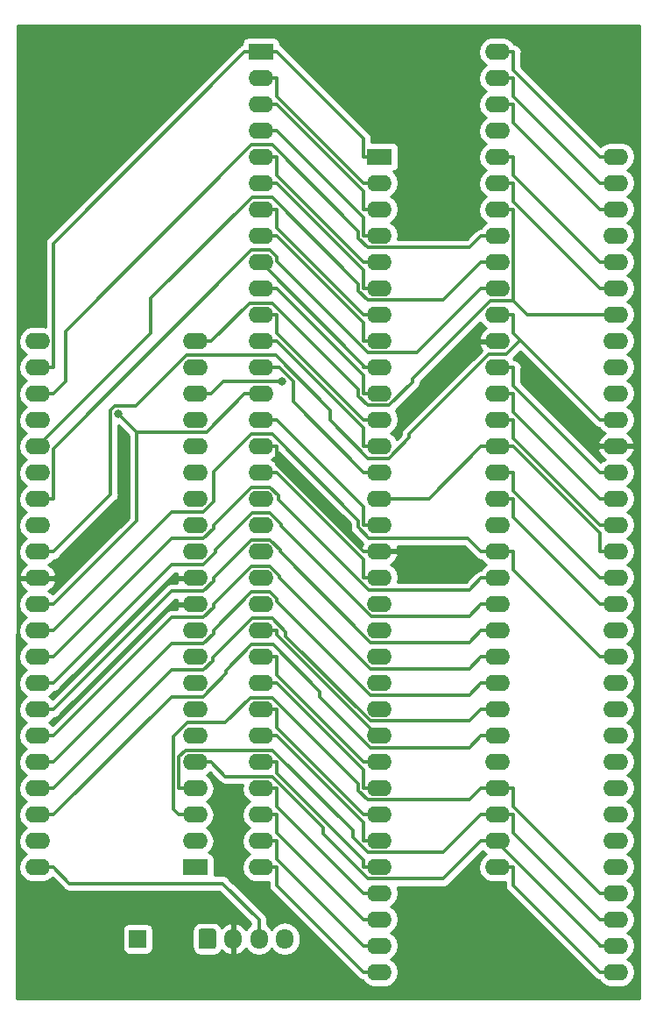
<source format=gbr>
G04 #@! TF.GenerationSoftware,KiCad,Pcbnew,5.0.2-bee76a0~70~ubuntu18.10.1*
G04 #@! TF.CreationDate,2019-03-17T01:37:17+01:00*
G04 #@! TF.ProjectId,Relocator 4 Kickstart,52656c6f-6361-4746-9f72-2034204b6963,rev?*
G04 #@! TF.SameCoordinates,Original*
G04 #@! TF.FileFunction,Copper,L2,Bot*
G04 #@! TF.FilePolarity,Positive*
%FSLAX46Y46*%
G04 Gerber Fmt 4.6, Leading zero omitted, Abs format (unit mm)*
G04 Created by KiCad (PCBNEW 5.0.2-bee76a0~70~ubuntu18.10.1) date dom 17 mar 2019 01:37:17 CET*
%MOMM*%
%LPD*%
G01*
G04 APERTURE LIST*
G04 #@! TA.AperFunction,Conductor*
%ADD10C,0.100000*%
G04 #@! TD*
G04 #@! TA.AperFunction,ComponentPad*
%ADD11C,1.700000*%
G04 #@! TD*
G04 #@! TA.AperFunction,ComponentPad*
%ADD12O,1.700000X1.950000*%
G04 #@! TD*
G04 #@! TA.AperFunction,ComponentPad*
%ADD13R,1.700000X1.700000*%
G04 #@! TD*
G04 #@! TA.AperFunction,ComponentPad*
%ADD14R,2.400000X1.600000*%
G04 #@! TD*
G04 #@! TA.AperFunction,ComponentPad*
%ADD15O,2.400000X1.600000*%
G04 #@! TD*
G04 #@! TA.AperFunction,ViaPad*
%ADD16C,0.800000*%
G04 #@! TD*
G04 #@! TA.AperFunction,Conductor*
%ADD17C,0.300000*%
G04 #@! TD*
G04 #@! TA.AperFunction,Conductor*
%ADD18C,0.254000*%
G04 #@! TD*
G04 APERTURE END LIST*
D10*
G04 #@! TO.N,VCC*
G04 #@! TO.C,J1*
G36*
X43144104Y-110786204D02*
X43168373Y-110789804D01*
X43192171Y-110795765D01*
X43215271Y-110804030D01*
X43237449Y-110814520D01*
X43258493Y-110827133D01*
X43278198Y-110841747D01*
X43296377Y-110858223D01*
X43312853Y-110876402D01*
X43327467Y-110896107D01*
X43340080Y-110917151D01*
X43350570Y-110939329D01*
X43358835Y-110962429D01*
X43364796Y-110986227D01*
X43368396Y-111010496D01*
X43369600Y-111035000D01*
X43369600Y-112485000D01*
X43368396Y-112509504D01*
X43364796Y-112533773D01*
X43358835Y-112557571D01*
X43350570Y-112580671D01*
X43340080Y-112602849D01*
X43327467Y-112623893D01*
X43312853Y-112643598D01*
X43296377Y-112661777D01*
X43278198Y-112678253D01*
X43258493Y-112692867D01*
X43237449Y-112705480D01*
X43215271Y-112715970D01*
X43192171Y-112724235D01*
X43168373Y-112730196D01*
X43144104Y-112733796D01*
X43119600Y-112735000D01*
X41919600Y-112735000D01*
X41895096Y-112733796D01*
X41870827Y-112730196D01*
X41847029Y-112724235D01*
X41823929Y-112715970D01*
X41801751Y-112705480D01*
X41780707Y-112692867D01*
X41761002Y-112678253D01*
X41742823Y-112661777D01*
X41726347Y-112643598D01*
X41711733Y-112623893D01*
X41699120Y-112602849D01*
X41688630Y-112580671D01*
X41680365Y-112557571D01*
X41674404Y-112533773D01*
X41670804Y-112509504D01*
X41669600Y-112485000D01*
X41669600Y-111035000D01*
X41670804Y-111010496D01*
X41674404Y-110986227D01*
X41680365Y-110962429D01*
X41688630Y-110939329D01*
X41699120Y-110917151D01*
X41711733Y-110896107D01*
X41726347Y-110876402D01*
X41742823Y-110858223D01*
X41761002Y-110841747D01*
X41780707Y-110827133D01*
X41801751Y-110814520D01*
X41823929Y-110804030D01*
X41847029Y-110795765D01*
X41870827Y-110789804D01*
X41895096Y-110786204D01*
X41919600Y-110785000D01*
X43119600Y-110785000D01*
X43144104Y-110786204D01*
X43144104Y-110786204D01*
G37*
D11*
G04 #@! TD*
G04 #@! TO.P,J1,1*
G04 #@! TO.N,VCC*
X42519600Y-111760000D03*
D12*
G04 #@! TO.P,J1,2*
G04 #@! TO.N,GND*
X45019600Y-111760000D03*
G04 #@! TO.P,J1,3*
G04 #@! TO.N,A_19*
X47519600Y-111760000D03*
G04 #@! TO.P,J1,4*
G04 #@! TO.N,A_18*
X50019600Y-111760000D03*
G04 #@! TD*
D13*
G04 #@! TO.P,TP1,1*
G04 #@! TO.N,Net-(TP1-Pad1)*
X35814000Y-111760000D03*
G04 #@! TD*
D14*
G04 #@! TO.P,U3,1*
G04 #@! TO.N,A_18*
X41351200Y-104851000D03*
D15*
G04 #@! TO.P,U3,22*
G04 #@! TO.N,VCC*
X26111200Y-54051000D03*
G04 #@! TO.P,U3,2*
G04 #@! TO.N,A18*
X41351200Y-102311000D03*
G04 #@! TO.P,U3,23*
G04 #@! TO.N,D4*
X26111200Y-56591000D03*
G04 #@! TO.P,U3,3*
G04 #@! TO.N,A8*
X41351200Y-99771000D03*
G04 #@! TO.P,U3,24*
G04 #@! TO.N,D12*
X26111200Y-59131000D03*
G04 #@! TO.P,U3,4*
G04 #@! TO.N,A7*
X41351200Y-97231000D03*
G04 #@! TO.P,U3,25*
G04 #@! TO.N,D5*
X26111200Y-61671000D03*
G04 #@! TO.P,U3,5*
G04 #@! TO.N,A6*
X41351200Y-94691000D03*
G04 #@! TO.P,U3,26*
G04 #@! TO.N,D13*
X26111200Y-64211000D03*
G04 #@! TO.P,U3,6*
G04 #@! TO.N,A5*
X41351200Y-92151000D03*
G04 #@! TO.P,U3,27*
G04 #@! TO.N,D6*
X26111200Y-66751000D03*
G04 #@! TO.P,U3,7*
G04 #@! TO.N,A4*
X41351200Y-89611000D03*
G04 #@! TO.P,U3,28*
G04 #@! TO.N,D14*
X26111200Y-69291000D03*
G04 #@! TO.P,U3,8*
G04 #@! TO.N,A3*
X41351200Y-87071000D03*
G04 #@! TO.P,U3,29*
G04 #@! TO.N,D7*
X26111200Y-71831000D03*
G04 #@! TO.P,U3,9*
G04 #@! TO.N,A2*
X41351200Y-84531000D03*
G04 #@! TO.P,U3,30*
G04 #@! TO.N,D15*
X26111200Y-74371000D03*
G04 #@! TO.P,U3,10*
G04 #@! TO.N,A1*
X41351200Y-81991000D03*
G04 #@! TO.P,U3,31*
G04 #@! TO.N,GND*
X26111200Y-76911000D03*
G04 #@! TO.P,U3,11*
X41351200Y-79451000D03*
G04 #@! TO.P,U3,32*
G04 #@! TO.N,VCC*
X26111200Y-79451000D03*
G04 #@! TO.P,U3,12*
G04 #@! TO.N,GND*
X41351200Y-76911000D03*
G04 #@! TO.P,U3,33*
G04 #@! TO.N,A17*
X26111200Y-81991000D03*
G04 #@! TO.P,U3,13*
G04 #@! TO.N,Net-(TP1-Pad1)*
X41351200Y-74371000D03*
G04 #@! TO.P,U3,34*
G04 #@! TO.N,A16*
X26111200Y-84531000D03*
G04 #@! TO.P,U3,14*
G04 #@! TO.N,D0*
X41351200Y-71831000D03*
G04 #@! TO.P,U3,35*
G04 #@! TO.N,A15*
X26111200Y-87071000D03*
G04 #@! TO.P,U3,15*
G04 #@! TO.N,D8*
X41351200Y-69291000D03*
G04 #@! TO.P,U3,36*
G04 #@! TO.N,A14*
X26111200Y-89611000D03*
G04 #@! TO.P,U3,16*
G04 #@! TO.N,D1*
X41351200Y-66751000D03*
G04 #@! TO.P,U3,37*
G04 #@! TO.N,A13*
X26111200Y-92151000D03*
G04 #@! TO.P,U3,17*
G04 #@! TO.N,D9*
X41351200Y-64211000D03*
G04 #@! TO.P,U3,38*
G04 #@! TO.N,A12*
X26111200Y-94691000D03*
G04 #@! TO.P,U3,18*
G04 #@! TO.N,D2*
X41351200Y-61671000D03*
G04 #@! TO.P,U3,39*
G04 #@! TO.N,A11*
X26111200Y-97231000D03*
G04 #@! TO.P,U3,19*
G04 #@! TO.N,D10*
X41351200Y-59131000D03*
G04 #@! TO.P,U3,40*
G04 #@! TO.N,A10*
X26111200Y-99771000D03*
G04 #@! TO.P,U3,20*
G04 #@! TO.N,D3*
X41351200Y-56591000D03*
G04 #@! TO.P,U3,41*
G04 #@! TO.N,A9*
X26111200Y-102311000D03*
G04 #@! TO.P,U3,21*
G04 #@! TO.N,D11*
X41351200Y-54051000D03*
G04 #@! TO.P,U3,42*
G04 #@! TO.N,A_19*
X26111200Y-104851000D03*
G04 #@! TD*
G04 #@! TO.P,U2,64*
G04 #@! TO.N,D5*
X82042000Y-36220400D03*
G04 #@! TO.P,U2,32*
G04 #@! TO.N,A4*
X59182000Y-114960400D03*
G04 #@! TO.P,U2,63*
G04 #@! TO.N,D6*
X82042000Y-38760400D03*
G04 #@! TO.P,U2,31*
G04 #@! TO.N,A3*
X59182000Y-112420400D03*
G04 #@! TO.P,U2,62*
G04 #@! TO.N,D7*
X82042000Y-41300400D03*
G04 #@! TO.P,U2,30*
G04 #@! TO.N,A2*
X59182000Y-109880400D03*
G04 #@! TO.P,U2,61*
G04 #@! TO.N,D8*
X82042000Y-43840400D03*
G04 #@! TO.P,U2,29*
G04 #@! TO.N,A1*
X59182000Y-107340400D03*
G04 #@! TO.P,U2,60*
G04 #@! TO.N,D9*
X82042000Y-46380400D03*
G04 #@! TO.P,U2,28*
G04 #@! TO.N,/FC0*
X59182000Y-104800400D03*
G04 #@! TO.P,U2,59*
G04 #@! TO.N,D10*
X82042000Y-48920400D03*
G04 #@! TO.P,U2,27*
G04 #@! TO.N,/FC1*
X59182000Y-102260400D03*
G04 #@! TO.P,U2,58*
G04 #@! TO.N,D11*
X82042000Y-51460400D03*
G04 #@! TO.P,U2,26*
G04 #@! TO.N,/FC2*
X59182000Y-99720400D03*
G04 #@! TO.P,U2,57*
G04 #@! TO.N,D12*
X82042000Y-54000400D03*
G04 #@! TO.P,U2,25*
G04 #@! TO.N,/IPL0*
X59182000Y-97180400D03*
G04 #@! TO.P,U2,56*
G04 #@! TO.N,D13*
X82042000Y-56540400D03*
G04 #@! TO.P,U2,24*
G04 #@! TO.N,/IPL1*
X59182000Y-94640400D03*
G04 #@! TO.P,U2,55*
G04 #@! TO.N,D14*
X82042000Y-59080400D03*
G04 #@! TO.P,U2,23*
G04 #@! TO.N,/IPL2*
X59182000Y-92100400D03*
G04 #@! TO.P,U2,54*
G04 #@! TO.N,D15*
X82042000Y-61620400D03*
G04 #@! TO.P,U2,22*
G04 #@! TO.N,/BERR*
X59182000Y-89560400D03*
G04 #@! TO.P,U2,53*
G04 #@! TO.N,GND*
X82042000Y-64160400D03*
G04 #@! TO.P,U2,21*
G04 #@! TO.N,/VPA*
X59182000Y-87020400D03*
G04 #@! TO.P,U2,52*
G04 #@! TO.N,/A23*
X82042000Y-66700400D03*
G04 #@! TO.P,U2,20*
G04 #@! TO.N,/E*
X59182000Y-84480400D03*
G04 #@! TO.P,U2,51*
G04 #@! TO.N,/A22*
X82042000Y-69240400D03*
G04 #@! TO.P,U2,19*
G04 #@! TO.N,/VMA*
X59182000Y-81940400D03*
G04 #@! TO.P,U2,50*
G04 #@! TO.N,/A21*
X82042000Y-71780400D03*
G04 #@! TO.P,U2,18*
G04 #@! TO.N,/RESET*
X59182000Y-79400400D03*
G04 #@! TO.P,U2,49*
G04 #@! TO.N,VCC*
X82042000Y-74320400D03*
G04 #@! TO.P,U2,17*
G04 #@! TO.N,/HALT*
X59182000Y-76860400D03*
G04 #@! TO.P,U2,48*
G04 #@! TO.N,/A20*
X82042000Y-76860400D03*
G04 #@! TO.P,U2,16*
G04 #@! TO.N,GND*
X59182000Y-74320400D03*
G04 #@! TO.P,U2,47*
G04 #@! TO.N,/A19*
X82042000Y-79400400D03*
G04 #@! TO.P,U2,15*
G04 #@! TO.N,/CLK*
X59182000Y-71780400D03*
G04 #@! TO.P,U2,46*
G04 #@! TO.N,A18*
X82042000Y-81940400D03*
G04 #@! TO.P,U2,14*
G04 #@! TO.N,VCC*
X59182000Y-69240400D03*
G04 #@! TO.P,U2,45*
G04 #@! TO.N,A17*
X82042000Y-84480400D03*
G04 #@! TO.P,U2,13*
G04 #@! TO.N,/BR*
X59182000Y-66700400D03*
G04 #@! TO.P,U2,44*
G04 #@! TO.N,A16*
X82042000Y-87020400D03*
G04 #@! TO.P,U2,12*
G04 #@! TO.N,/BGACK*
X59182000Y-64160400D03*
G04 #@! TO.P,U2,43*
G04 #@! TO.N,A15*
X82042000Y-89560400D03*
G04 #@! TO.P,U2,11*
G04 #@! TO.N,/BG*
X59182000Y-61620400D03*
G04 #@! TO.P,U2,42*
G04 #@! TO.N,A14*
X82042000Y-92100400D03*
G04 #@! TO.P,U2,10*
G04 #@! TO.N,/DTACK*
X59182000Y-59080400D03*
G04 #@! TO.P,U2,41*
G04 #@! TO.N,A13*
X82042000Y-94640400D03*
G04 #@! TO.P,U2,9*
G04 #@! TO.N,/RW*
X59182000Y-56540400D03*
G04 #@! TO.P,U2,40*
G04 #@! TO.N,A12*
X82042000Y-97180400D03*
G04 #@! TO.P,U2,8*
G04 #@! TO.N,/LDS*
X59182000Y-54000400D03*
G04 #@! TO.P,U2,39*
G04 #@! TO.N,A11*
X82042000Y-99720400D03*
G04 #@! TO.P,U2,7*
G04 #@! TO.N,/UDS*
X59182000Y-51460400D03*
G04 #@! TO.P,U2,38*
G04 #@! TO.N,A10*
X82042000Y-102260400D03*
G04 #@! TO.P,U2,6*
G04 #@! TO.N,/AS*
X59182000Y-48920400D03*
G04 #@! TO.P,U2,37*
G04 #@! TO.N,A9*
X82042000Y-104800400D03*
G04 #@! TO.P,U2,5*
G04 #@! TO.N,D0*
X59182000Y-46380400D03*
G04 #@! TO.P,U2,36*
G04 #@! TO.N,A8*
X82042000Y-107340400D03*
G04 #@! TO.P,U2,4*
G04 #@! TO.N,D1*
X59182000Y-43840400D03*
G04 #@! TO.P,U2,35*
G04 #@! TO.N,A7*
X82042000Y-109880400D03*
G04 #@! TO.P,U2,3*
G04 #@! TO.N,D2*
X59182000Y-41300400D03*
G04 #@! TO.P,U2,34*
G04 #@! TO.N,A6*
X82042000Y-112420400D03*
G04 #@! TO.P,U2,2*
G04 #@! TO.N,D3*
X59182000Y-38760400D03*
G04 #@! TO.P,U2,33*
G04 #@! TO.N,A5*
X82042000Y-114960400D03*
D14*
G04 #@! TO.P,U2,1*
G04 #@! TO.N,D4*
X59182000Y-36220400D03*
G04 #@! TD*
G04 #@! TO.P,U1,1*
G04 #@! TO.N,D4*
X47701200Y-26111200D03*
D15*
G04 #@! TO.P,U1,33*
G04 #@! TO.N,A5*
X70561200Y-104851200D03*
G04 #@! TO.P,U1,2*
G04 #@! TO.N,D3*
X47701200Y-28651200D03*
G04 #@! TO.P,U1,34*
G04 #@! TO.N,A6*
X70561200Y-102311200D03*
G04 #@! TO.P,U1,3*
G04 #@! TO.N,D2*
X47701200Y-31191200D03*
G04 #@! TO.P,U1,35*
G04 #@! TO.N,A7*
X70561200Y-99771200D03*
G04 #@! TO.P,U1,4*
G04 #@! TO.N,D1*
X47701200Y-33731200D03*
G04 #@! TO.P,U1,36*
G04 #@! TO.N,A8*
X70561200Y-97231200D03*
G04 #@! TO.P,U1,5*
G04 #@! TO.N,D0*
X47701200Y-36271200D03*
G04 #@! TO.P,U1,37*
G04 #@! TO.N,A9*
X70561200Y-94691200D03*
G04 #@! TO.P,U1,6*
G04 #@! TO.N,/AS*
X47701200Y-38811200D03*
G04 #@! TO.P,U1,38*
G04 #@! TO.N,A10*
X70561200Y-92151200D03*
G04 #@! TO.P,U1,7*
G04 #@! TO.N,/UDS*
X47701200Y-41351200D03*
G04 #@! TO.P,U1,39*
G04 #@! TO.N,A11*
X70561200Y-89611200D03*
G04 #@! TO.P,U1,8*
G04 #@! TO.N,/LDS*
X47701200Y-43891200D03*
G04 #@! TO.P,U1,40*
G04 #@! TO.N,A12*
X70561200Y-87071200D03*
G04 #@! TO.P,U1,9*
G04 #@! TO.N,/RW*
X47701200Y-46431200D03*
G04 #@! TO.P,U1,41*
G04 #@! TO.N,A13*
X70561200Y-84531200D03*
G04 #@! TO.P,U1,10*
G04 #@! TO.N,/DTACK*
X47701200Y-48971200D03*
G04 #@! TO.P,U1,42*
G04 #@! TO.N,A14*
X70561200Y-81991200D03*
G04 #@! TO.P,U1,11*
G04 #@! TO.N,/BG*
X47701200Y-51511200D03*
G04 #@! TO.P,U1,43*
G04 #@! TO.N,A15*
X70561200Y-79451200D03*
G04 #@! TO.P,U1,12*
G04 #@! TO.N,/BGACK*
X47701200Y-54051200D03*
G04 #@! TO.P,U1,44*
G04 #@! TO.N,A16*
X70561200Y-76911200D03*
G04 #@! TO.P,U1,13*
G04 #@! TO.N,/BR*
X47701200Y-56591200D03*
G04 #@! TO.P,U1,45*
G04 #@! TO.N,A17*
X70561200Y-74371200D03*
G04 #@! TO.P,U1,14*
G04 #@! TO.N,VCC*
X47701200Y-59131200D03*
G04 #@! TO.P,U1,46*
G04 #@! TO.N,A18*
X70561200Y-71831200D03*
G04 #@! TO.P,U1,15*
G04 #@! TO.N,/CLK*
X47701200Y-61671200D03*
G04 #@! TO.P,U1,47*
G04 #@! TO.N,/A19*
X70561200Y-69291200D03*
G04 #@! TO.P,U1,16*
G04 #@! TO.N,GND*
X47701200Y-64211200D03*
G04 #@! TO.P,U1,48*
G04 #@! TO.N,/A20*
X70561200Y-66751200D03*
G04 #@! TO.P,U1,17*
G04 #@! TO.N,/HALT*
X47701200Y-66751200D03*
G04 #@! TO.P,U1,49*
G04 #@! TO.N,VCC*
X70561200Y-64211200D03*
G04 #@! TO.P,U1,18*
G04 #@! TO.N,/RESET*
X47701200Y-69291200D03*
G04 #@! TO.P,U1,50*
G04 #@! TO.N,/A21*
X70561200Y-61671200D03*
G04 #@! TO.P,U1,19*
G04 #@! TO.N,/VMA*
X47701200Y-71831200D03*
G04 #@! TO.P,U1,51*
G04 #@! TO.N,/A22*
X70561200Y-59131200D03*
G04 #@! TO.P,U1,20*
G04 #@! TO.N,/E*
X47701200Y-74371200D03*
G04 #@! TO.P,U1,52*
G04 #@! TO.N,/A23*
X70561200Y-56591200D03*
G04 #@! TO.P,U1,21*
G04 #@! TO.N,/VPA*
X47701200Y-76911200D03*
G04 #@! TO.P,U1,53*
G04 #@! TO.N,GND*
X70561200Y-54051200D03*
G04 #@! TO.P,U1,22*
G04 #@! TO.N,/BERR*
X47701200Y-79451200D03*
G04 #@! TO.P,U1,54*
G04 #@! TO.N,D15*
X70561200Y-51511200D03*
G04 #@! TO.P,U1,23*
G04 #@! TO.N,/IPL2*
X47701200Y-81991200D03*
G04 #@! TO.P,U1,55*
G04 #@! TO.N,D14*
X70561200Y-48971200D03*
G04 #@! TO.P,U1,24*
G04 #@! TO.N,/IPL1*
X47701200Y-84531200D03*
G04 #@! TO.P,U1,56*
G04 #@! TO.N,D13*
X70561200Y-46431200D03*
G04 #@! TO.P,U1,25*
G04 #@! TO.N,/IPL0*
X47701200Y-87071200D03*
G04 #@! TO.P,U1,57*
G04 #@! TO.N,D12*
X70561200Y-43891200D03*
G04 #@! TO.P,U1,26*
G04 #@! TO.N,/FC2*
X47701200Y-89611200D03*
G04 #@! TO.P,U1,58*
G04 #@! TO.N,D11*
X70561200Y-41351200D03*
G04 #@! TO.P,U1,27*
G04 #@! TO.N,/FC1*
X47701200Y-92151200D03*
G04 #@! TO.P,U1,59*
G04 #@! TO.N,D10*
X70561200Y-38811200D03*
G04 #@! TO.P,U1,28*
G04 #@! TO.N,/FC0*
X47701200Y-94691200D03*
G04 #@! TO.P,U1,60*
G04 #@! TO.N,D9*
X70561200Y-36271200D03*
G04 #@! TO.P,U1,29*
G04 #@! TO.N,A1*
X47701200Y-97231200D03*
G04 #@! TO.P,U1,61*
G04 #@! TO.N,D8*
X70561200Y-33731200D03*
G04 #@! TO.P,U1,30*
G04 #@! TO.N,A2*
X47701200Y-99771200D03*
G04 #@! TO.P,U1,62*
G04 #@! TO.N,D7*
X70561200Y-31191200D03*
G04 #@! TO.P,U1,31*
G04 #@! TO.N,A3*
X47701200Y-102311200D03*
G04 #@! TO.P,U1,63*
G04 #@! TO.N,D6*
X70561200Y-28651200D03*
G04 #@! TO.P,U1,32*
G04 #@! TO.N,A4*
X47701200Y-104851200D03*
G04 #@! TO.P,U1,64*
G04 #@! TO.N,D5*
X70561200Y-26111200D03*
G04 #@! TD*
D16*
G04 #@! TO.N,VCC*
X33918900Y-61050900D03*
G04 #@! TO.N,D10*
X49785600Y-57958800D03*
G04 #@! TD*
D17*
G04 #@! TO.N,D4*
X46150900Y-26111200D02*
X27661500Y-44600600D01*
X27661500Y-44600600D02*
X27661500Y-56591000D01*
X26111200Y-56591000D02*
X27661500Y-56591000D01*
X47701200Y-26111200D02*
X46150900Y-26111200D01*
X57631700Y-36220400D02*
X57631700Y-34491400D01*
X57631700Y-34491400D02*
X49251500Y-26111200D01*
X47701200Y-26111200D02*
X49251500Y-26111200D01*
X59182000Y-36220400D02*
X57631700Y-36220400D01*
G04 #@! TO.N,A5*
X82042000Y-114960400D02*
X80491700Y-114960400D01*
X70561200Y-104851200D02*
X72111500Y-104851200D01*
X72111500Y-104851200D02*
X72111500Y-106580200D01*
X72111500Y-106580200D02*
X80491700Y-114960400D01*
G04 #@! TO.N,D3*
X59182000Y-38760400D02*
X57631700Y-38760400D01*
X47701200Y-28651200D02*
X49251500Y-28651200D01*
X49251500Y-28651200D02*
X49251500Y-30380200D01*
X49251500Y-30380200D02*
X57631700Y-38760400D01*
G04 #@! TO.N,A6*
X82042000Y-112420400D02*
X80491700Y-112420400D01*
X70402200Y-102311200D02*
X80491700Y-112400700D01*
X80491700Y-112400700D02*
X80491700Y-112420400D01*
X70402200Y-102311200D02*
X70561200Y-102311200D01*
X70243200Y-102311200D02*
X70402200Y-102311200D01*
X70243200Y-102311200D02*
X69010900Y-102311200D01*
X41351200Y-94691000D02*
X42901500Y-94691000D01*
X69010900Y-102311200D02*
X65369200Y-105952900D01*
X65369200Y-105952900D02*
X58075700Y-105952900D01*
X58075700Y-105952900D02*
X53743600Y-101620800D01*
X53743600Y-101620800D02*
X53743600Y-100992800D01*
X53743600Y-100992800D02*
X48831400Y-96080600D01*
X48831400Y-96080600D02*
X44291100Y-96080600D01*
X44291100Y-96080600D02*
X42901500Y-94691000D01*
G04 #@! TO.N,D2*
X59182000Y-41300400D02*
X57631700Y-41300400D01*
X47701200Y-31191200D02*
X49251500Y-31191200D01*
X49251500Y-31191200D02*
X57631700Y-39571400D01*
X57631700Y-39571400D02*
X57631700Y-41300400D01*
G04 #@! TO.N,A7*
X41351200Y-97231000D02*
X39800900Y-97231000D01*
X70561200Y-99771200D02*
X69010900Y-99771200D01*
X69010900Y-99771200D02*
X65349500Y-103432600D01*
X65349500Y-103432600D02*
X58081300Y-103432600D01*
X58081300Y-103432600D02*
X56614400Y-101965700D01*
X56614400Y-101965700D02*
X56614400Y-101307500D01*
X56614400Y-101307500D02*
X48837100Y-93530200D01*
X48837100Y-93530200D02*
X40465200Y-93530200D01*
X40465200Y-93530200D02*
X39800900Y-94194500D01*
X39800900Y-94194500D02*
X39800900Y-97231000D01*
X70879200Y-99771200D02*
X70561200Y-99771200D01*
X70879200Y-99771200D02*
X72111500Y-99771200D01*
X82042000Y-109880400D02*
X80491700Y-109880400D01*
X72111500Y-99771200D02*
X72111500Y-101500200D01*
X72111500Y-101500200D02*
X80491700Y-109880400D01*
G04 #@! TO.N,D1*
X57631700Y-43840400D02*
X57631700Y-42111400D01*
X57631700Y-42111400D02*
X49251500Y-33731200D01*
X59182000Y-43840400D02*
X57631700Y-43840400D01*
X47701200Y-33731200D02*
X49251500Y-33731200D01*
G04 #@! TO.N,A8*
X82042000Y-107340400D02*
X80491700Y-107340400D01*
X70561200Y-97231200D02*
X72111500Y-97231200D01*
X72111500Y-97231200D02*
X72111500Y-98960200D01*
X72111500Y-98960200D02*
X80491700Y-107340400D01*
X70243200Y-97231200D02*
X70561200Y-97231200D01*
X70243200Y-97231200D02*
X69010900Y-97231200D01*
X41351200Y-99771000D02*
X39800900Y-99771000D01*
X69010900Y-97231200D02*
X67908300Y-98333800D01*
X67908300Y-98333800D02*
X58030700Y-98333800D01*
X58030700Y-98333800D02*
X57131300Y-97434400D01*
X57131300Y-97434400D02*
X57131300Y-96748900D01*
X57131300Y-96748900D02*
X48832800Y-88450400D01*
X48832800Y-88450400D02*
X46712000Y-88450400D01*
X46712000Y-88450400D02*
X44281400Y-90881000D01*
X44281400Y-90881000D02*
X40592500Y-90881000D01*
X40592500Y-90881000D02*
X39259100Y-92214400D01*
X39259100Y-92214400D02*
X39259100Y-99229200D01*
X39259100Y-99229200D02*
X39800900Y-99771000D01*
G04 #@! TO.N,D0*
X47701200Y-36271200D02*
X49251500Y-36271200D01*
X59182000Y-46380400D02*
X57631700Y-46380400D01*
X49251500Y-36271200D02*
X49251500Y-38000200D01*
X49251500Y-38000200D02*
X57631700Y-46380400D01*
G04 #@! TO.N,/AS*
X57631700Y-48920400D02*
X57631700Y-47191400D01*
X57631700Y-47191400D02*
X49251500Y-38811200D01*
X59182000Y-48920400D02*
X57631700Y-48920400D01*
X47701200Y-38811200D02*
X49251500Y-38811200D01*
G04 #@! TO.N,A10*
X26111200Y-99771000D02*
X27661500Y-99771000D01*
X70561200Y-92151200D02*
X69010900Y-92151200D01*
X69010900Y-92151200D02*
X67867900Y-93294200D01*
X67867900Y-93294200D02*
X58317500Y-93294200D01*
X58317500Y-93294200D02*
X53402600Y-88379300D01*
X53402600Y-88379300D02*
X53402600Y-87866800D01*
X53402600Y-87866800D02*
X48898500Y-83362700D01*
X48898500Y-83362700D02*
X46827200Y-83362700D01*
X46827200Y-83362700D02*
X44361300Y-85828600D01*
X44361300Y-85828600D02*
X44361300Y-86142800D01*
X44361300Y-86142800D02*
X42130000Y-88374100D01*
X42130000Y-88374100D02*
X39058400Y-88374100D01*
X39058400Y-88374100D02*
X27661500Y-99771000D01*
G04 #@! TO.N,/UDS*
X59182000Y-51460400D02*
X57631700Y-51460400D01*
X47701200Y-41351200D02*
X49251500Y-41351200D01*
X49251500Y-41351200D02*
X49251500Y-43080200D01*
X49251500Y-43080200D02*
X57631700Y-51460400D01*
G04 #@! TO.N,A11*
X26111200Y-97231000D02*
X27661500Y-97231000D01*
X70561200Y-89611200D02*
X69010900Y-89611200D01*
X69010900Y-89611200D02*
X67893900Y-90728200D01*
X67893900Y-90728200D02*
X58287700Y-90728200D01*
X58287700Y-90728200D02*
X50127700Y-82568200D01*
X50127700Y-82568200D02*
X50127700Y-82106300D01*
X50127700Y-82106300D02*
X48831300Y-80809900D01*
X48831300Y-80809900D02*
X46840000Y-80809900D01*
X46840000Y-80809900D02*
X43034800Y-84615100D01*
X43034800Y-84615100D02*
X43034800Y-84911700D01*
X43034800Y-84911700D02*
X42145500Y-85801000D01*
X42145500Y-85801000D02*
X39091500Y-85801000D01*
X39091500Y-85801000D02*
X27661500Y-97231000D01*
G04 #@! TO.N,/LDS*
X59182000Y-54000400D02*
X57631700Y-54000400D01*
X47701200Y-43891200D02*
X49251500Y-43891200D01*
X49251500Y-43891200D02*
X57631700Y-52271400D01*
X57631700Y-52271400D02*
X57631700Y-54000400D01*
G04 #@! TO.N,A12*
X26111200Y-94691000D02*
X27661500Y-94691000D01*
X70561200Y-87071200D02*
X69010900Y-87071200D01*
X69010900Y-87071200D02*
X67882400Y-88199700D01*
X67882400Y-88199700D02*
X58313900Y-88199700D01*
X58313900Y-88199700D02*
X49287300Y-79173100D01*
X49287300Y-79173100D02*
X49287300Y-78955000D01*
X49287300Y-78955000D02*
X48610200Y-78277900D01*
X48610200Y-78277900D02*
X46827600Y-78277900D01*
X46827600Y-78277900D02*
X43145000Y-81960500D01*
X43145000Y-81960500D02*
X43145000Y-82285700D01*
X43145000Y-82285700D02*
X42169700Y-83261000D01*
X42169700Y-83261000D02*
X39091500Y-83261000D01*
X39091500Y-83261000D02*
X27661500Y-94691000D01*
G04 #@! TO.N,/RW*
X59182000Y-56540400D02*
X57631700Y-56540400D01*
X47701200Y-46431200D02*
X57631700Y-56361700D01*
X57631700Y-56361700D02*
X57631700Y-56540400D01*
G04 #@! TO.N,A13*
X26111200Y-92151000D02*
X27661500Y-92151000D01*
X70561200Y-84531200D02*
X69010900Y-84531200D01*
X69010900Y-84531200D02*
X67867900Y-85674200D01*
X67867900Y-85674200D02*
X58339400Y-85674200D01*
X58339400Y-85674200D02*
X49541000Y-76875800D01*
X49541000Y-76875800D02*
X49541000Y-76721400D01*
X49541000Y-76721400D02*
X48570000Y-75750400D01*
X48570000Y-75750400D02*
X46815100Y-75750400D01*
X46815100Y-75750400D02*
X43142800Y-79422700D01*
X43142800Y-79422700D02*
X43142800Y-79747400D01*
X43142800Y-79747400D02*
X42169200Y-80721000D01*
X42169200Y-80721000D02*
X39091500Y-80721000D01*
X39091500Y-80721000D02*
X27661500Y-92151000D01*
G04 #@! TO.N,/DTACK*
X57631700Y-59080400D02*
X57631700Y-57351400D01*
X57631700Y-57351400D02*
X49251500Y-48971200D01*
X59182000Y-59080400D02*
X57631700Y-59080400D01*
X47701200Y-48971200D02*
X49251500Y-48971200D01*
G04 #@! TO.N,A14*
X26111200Y-89611000D02*
X27661500Y-89611000D01*
X70561200Y-81991200D02*
X69010900Y-81991200D01*
X69010900Y-81991200D02*
X67867900Y-83134200D01*
X67867900Y-83134200D02*
X58339000Y-83134200D01*
X58339000Y-83134200D02*
X49549100Y-74344300D01*
X49549100Y-74344300D02*
X49549100Y-74188800D01*
X49549100Y-74188800D02*
X48570700Y-73210400D01*
X48570700Y-73210400D02*
X46815100Y-73210400D01*
X46815100Y-73210400D02*
X43142800Y-76882700D01*
X43142800Y-76882700D02*
X43142800Y-77207400D01*
X43142800Y-77207400D02*
X42169200Y-78181000D01*
X42169200Y-78181000D02*
X39091500Y-78181000D01*
X39091500Y-78181000D02*
X27661500Y-89611000D01*
G04 #@! TO.N,/BG*
X57631700Y-61620400D02*
X49251500Y-53240200D01*
X49251500Y-53240200D02*
X49251500Y-51511200D01*
X59182000Y-61620400D02*
X57631700Y-61620400D01*
X47701200Y-51511200D02*
X49251500Y-51511200D01*
G04 #@! TO.N,A15*
X26111200Y-87071000D02*
X27661500Y-87071000D01*
X70561200Y-79451200D02*
X69010900Y-79451200D01*
X69010900Y-79451200D02*
X67853400Y-80608700D01*
X67853400Y-80608700D02*
X58354500Y-80608700D01*
X58354500Y-80608700D02*
X49633500Y-71887700D01*
X49633500Y-71887700D02*
X49633500Y-71721800D01*
X49633500Y-71721800D02*
X48538500Y-70626800D01*
X48538500Y-70626800D02*
X46863100Y-70626800D01*
X46863100Y-70626800D02*
X43292400Y-74197500D01*
X43292400Y-74197500D02*
X43292400Y-74468300D01*
X43292400Y-74468300D02*
X42119700Y-75641000D01*
X42119700Y-75641000D02*
X39091500Y-75641000D01*
X39091500Y-75641000D02*
X27661500Y-87071000D01*
G04 #@! TO.N,/BGACK*
X57631700Y-64160400D02*
X57631700Y-62431400D01*
X57631700Y-62431400D02*
X49251500Y-54051200D01*
X59182000Y-64160400D02*
X57631700Y-64160400D01*
X47701200Y-54051200D02*
X49251500Y-54051200D01*
G04 #@! TO.N,A16*
X26111200Y-84531000D02*
X27661500Y-84531000D01*
X70561200Y-76911200D02*
X69010900Y-76911200D01*
X69010900Y-76911200D02*
X67853100Y-78069000D01*
X67853100Y-78069000D02*
X58125700Y-78069000D01*
X58125700Y-78069000D02*
X49386300Y-69329600D01*
X49386300Y-69329600D02*
X49386300Y-68920600D01*
X49386300Y-68920600D02*
X48596100Y-68130400D01*
X48596100Y-68130400D02*
X46815100Y-68130400D01*
X46815100Y-68130400D02*
X43145000Y-71800500D01*
X43145000Y-71800500D02*
X43145000Y-72125700D01*
X43145000Y-72125700D02*
X42169700Y-73101000D01*
X42169700Y-73101000D02*
X39091500Y-73101000D01*
X39091500Y-73101000D02*
X27661500Y-84531000D01*
G04 #@! TO.N,/BR*
X49251500Y-56591200D02*
X49539600Y-56591200D01*
X49539600Y-56591200D02*
X50840500Y-57892100D01*
X50840500Y-57892100D02*
X50840500Y-59909200D01*
X50840500Y-59909200D02*
X57631700Y-66700400D01*
X59182000Y-66700400D02*
X57631700Y-66700400D01*
X47701200Y-56591200D02*
X49251500Y-56591200D01*
G04 #@! TO.N,A17*
X70561200Y-74371200D02*
X69010900Y-74371200D01*
X70561200Y-74371200D02*
X72111500Y-74371200D01*
X72111500Y-74371200D02*
X72111500Y-76100200D01*
X72111500Y-76100200D02*
X80491700Y-84480400D01*
X26111200Y-81991000D02*
X27661500Y-81991000D01*
X69010900Y-74371200D02*
X67690100Y-73050400D01*
X67690100Y-73050400D02*
X58171900Y-73050400D01*
X58171900Y-73050400D02*
X57131300Y-72009800D01*
X57131300Y-72009800D02*
X57131300Y-71348900D01*
X57131300Y-71348900D02*
X48814700Y-63032300D01*
X48814700Y-63032300D02*
X46788400Y-63032300D01*
X46788400Y-63032300D02*
X43142800Y-66677900D01*
X43142800Y-66677900D02*
X43142800Y-69556800D01*
X43142800Y-69556800D02*
X42138600Y-70561000D01*
X42138600Y-70561000D02*
X39091500Y-70561000D01*
X39091500Y-70561000D02*
X27661500Y-81991000D01*
X82042000Y-84480400D02*
X80491700Y-84480400D01*
G04 #@! TO.N,VCC*
X35690600Y-62822600D02*
X33918900Y-61050900D01*
X46150900Y-59131200D02*
X42459500Y-62822600D01*
X42459500Y-62822600D02*
X35690600Y-62822600D01*
X35690600Y-62822600D02*
X35690600Y-71421900D01*
X35690600Y-71421900D02*
X27661500Y-79451000D01*
X70561200Y-64211200D02*
X69010900Y-64211200D01*
X59182000Y-69240400D02*
X63981700Y-69240400D01*
X63981700Y-69240400D02*
X69010900Y-64211200D01*
X70561200Y-64211200D02*
X72111500Y-64211200D01*
X80491700Y-74320400D02*
X80491700Y-72591400D01*
X80491700Y-72591400D02*
X72111500Y-64211200D01*
X47701200Y-59131200D02*
X46150900Y-59131200D01*
X82042000Y-74320400D02*
X80491700Y-74320400D01*
X26111200Y-79451000D02*
X27661500Y-79451000D01*
G04 #@! TO.N,/CLK*
X57631700Y-71780400D02*
X57631700Y-70051400D01*
X57631700Y-70051400D02*
X49251500Y-61671200D01*
X59182000Y-71780400D02*
X57631700Y-71780400D01*
X47701200Y-61671200D02*
X49251500Y-61671200D01*
G04 #@! TO.N,/A19*
X82042000Y-79400400D02*
X80491700Y-79400400D01*
X70561200Y-69291200D02*
X72111500Y-69291200D01*
X72111500Y-69291200D02*
X72111500Y-71020200D01*
X72111500Y-71020200D02*
X80491700Y-79400400D01*
G04 #@! TO.N,GND*
X47701200Y-64211200D02*
X49251500Y-64211200D01*
X59182000Y-74320400D02*
X57631700Y-74320400D01*
X57631700Y-74320400D02*
X49251500Y-65940200D01*
X49251500Y-65940200D02*
X49251500Y-64211200D01*
G04 #@! TO.N,/A20*
X82042000Y-76860400D02*
X80491700Y-76860400D01*
X70561200Y-66751200D02*
X72111500Y-66751200D01*
X72111500Y-66751200D02*
X72111500Y-68480200D01*
X72111500Y-68480200D02*
X80491700Y-76860400D01*
G04 #@! TO.N,/HALT*
X57631700Y-76860400D02*
X57631700Y-75131400D01*
X57631700Y-75131400D02*
X49251500Y-66751200D01*
X59182000Y-76860400D02*
X57631700Y-76860400D01*
X47701200Y-66751200D02*
X49251500Y-66751200D01*
G04 #@! TO.N,/A21*
X82042000Y-71780400D02*
X80491700Y-71780400D01*
X70561200Y-61671200D02*
X72111500Y-61671200D01*
X72111500Y-61671200D02*
X72111500Y-63400200D01*
X72111500Y-63400200D02*
X80491700Y-71780400D01*
G04 #@! TO.N,/A22*
X82042000Y-69240400D02*
X80491700Y-69240400D01*
X70561200Y-59131200D02*
X72111500Y-59131200D01*
X72111500Y-59131200D02*
X72111500Y-60860200D01*
X72111500Y-60860200D02*
X80491700Y-69240400D01*
G04 #@! TO.N,/A23*
X82042000Y-66700400D02*
X80491700Y-66700400D01*
X70561200Y-56591200D02*
X72111500Y-56591200D01*
X72111500Y-56591200D02*
X72111500Y-58320200D01*
X72111500Y-58320200D02*
X80491700Y-66700400D01*
G04 #@! TO.N,D15*
X72796300Y-53924900D02*
X71400000Y-55321200D01*
X71400000Y-55321200D02*
X69749800Y-55321200D01*
X69749800Y-55321200D02*
X62043300Y-63027700D01*
X62043300Y-63027700D02*
X62043300Y-63384600D01*
X62043300Y-63384600D02*
X60058900Y-65369000D01*
X60058900Y-65369000D02*
X58093700Y-65369000D01*
X58093700Y-65369000D02*
X54413100Y-61688400D01*
X54413100Y-61688400D02*
X54413100Y-60683100D01*
X54413100Y-60683100D02*
X49151200Y-55421200D01*
X49151200Y-55421200D02*
X40492900Y-55421200D01*
X40492900Y-55421200D02*
X35613500Y-60300600D01*
X35613500Y-60300600D02*
X33608200Y-60300600D01*
X33608200Y-60300600D02*
X33168600Y-60740200D01*
X33168600Y-60740200D02*
X33168600Y-68863900D01*
X33168600Y-68863900D02*
X27661500Y-74371000D01*
X72796300Y-53924900D02*
X80491700Y-61620400D01*
X72111500Y-51511200D02*
X72111500Y-53240200D01*
X72111500Y-53240200D02*
X72796300Y-53924900D01*
X26111200Y-74371000D02*
X27661500Y-74371000D01*
X82042000Y-61620400D02*
X80491700Y-61620400D01*
X70561200Y-51511200D02*
X72111500Y-51511200D01*
G04 #@! TO.N,/IPL2*
X47701200Y-81991200D02*
X49251500Y-81991200D01*
X49251500Y-81991200D02*
X49251500Y-82399700D01*
X49251500Y-82399700D02*
X58952200Y-92100400D01*
X58952200Y-92100400D02*
X59182000Y-92100400D01*
G04 #@! TO.N,D14*
X26111200Y-69291000D02*
X27661500Y-69291000D01*
X70561200Y-48971200D02*
X69010900Y-48971200D01*
X69010900Y-48971200D02*
X62810100Y-55172000D01*
X62810100Y-55172000D02*
X58080700Y-55172000D01*
X58080700Y-55172000D02*
X49251500Y-46342800D01*
X49251500Y-46342800D02*
X49251500Y-45921600D01*
X49251500Y-45921600D02*
X48591500Y-45261600D01*
X48591500Y-45261600D02*
X46808200Y-45261600D01*
X46808200Y-45261600D02*
X27661500Y-64408300D01*
X27661500Y-64408300D02*
X27661500Y-69291000D01*
G04 #@! TO.N,/IPL1*
X59182000Y-94640400D02*
X57631700Y-94640400D01*
X47701200Y-84531200D02*
X49251500Y-84531200D01*
X49251500Y-84531200D02*
X49251500Y-86260200D01*
X49251500Y-86260200D02*
X57631700Y-94640400D01*
G04 #@! TO.N,D13*
X70561200Y-46431200D02*
X69010900Y-46431200D01*
X69010900Y-46431200D02*
X65368300Y-50073800D01*
X65368300Y-50073800D02*
X58030700Y-50073800D01*
X58030700Y-50073800D02*
X57131300Y-49174400D01*
X57131300Y-49174400D02*
X57131300Y-48488900D01*
X57131300Y-48488900D02*
X48810600Y-40168200D01*
X48810600Y-40168200D02*
X46837300Y-40168200D01*
X46837300Y-40168200D02*
X37083300Y-49922200D01*
X37083300Y-49922200D02*
X37083300Y-53238900D01*
X37083300Y-53238900D02*
X26111200Y-64211000D01*
G04 #@! TO.N,/IPL0*
X57631700Y-97180400D02*
X57631700Y-95451400D01*
X57631700Y-95451400D02*
X49251500Y-87071200D01*
X59182000Y-97180400D02*
X57631700Y-97180400D01*
X47701200Y-87071200D02*
X49251500Y-87071200D01*
G04 #@! TO.N,D12*
X26111200Y-59131000D02*
X27661500Y-59131000D01*
X70561200Y-43891200D02*
X69010900Y-43891200D01*
X69010900Y-43891200D02*
X67908300Y-44993800D01*
X67908300Y-44993800D02*
X58030700Y-44993800D01*
X58030700Y-44993800D02*
X57131300Y-44094400D01*
X57131300Y-44094400D02*
X57131300Y-43408900D01*
X57131300Y-43408900D02*
X48815800Y-35093400D01*
X48815800Y-35093400D02*
X46829700Y-35093400D01*
X46829700Y-35093400D02*
X28832000Y-53091100D01*
X28832000Y-53091100D02*
X28832000Y-57960500D01*
X28832000Y-57960500D02*
X27661500Y-59131000D01*
G04 #@! TO.N,/FC2*
X59182000Y-99720400D02*
X57631700Y-99720400D01*
X47701200Y-89611200D02*
X49251500Y-89611200D01*
X49251500Y-89611200D02*
X49251500Y-91340200D01*
X49251500Y-91340200D02*
X57631700Y-99720400D01*
G04 #@! TO.N,D11*
X72111500Y-50148700D02*
X69881400Y-50148700D01*
X69881400Y-50148700D02*
X62345900Y-57684200D01*
X62345900Y-57684200D02*
X62345900Y-58002600D01*
X62345900Y-58002600D02*
X60114700Y-60233800D01*
X60114700Y-60233800D02*
X58030700Y-60233800D01*
X58030700Y-60233800D02*
X57131300Y-59334400D01*
X57131300Y-59334400D02*
X57131300Y-58648900D01*
X57131300Y-58648900D02*
X48842700Y-50360300D01*
X48842700Y-50360300D02*
X46592200Y-50360300D01*
X46592200Y-50360300D02*
X42901500Y-54051000D01*
X80616800Y-51460400D02*
X73423200Y-51460400D01*
X73423200Y-51460400D02*
X72111500Y-50148700D01*
X72111500Y-50148700D02*
X72111500Y-41351200D01*
X41351200Y-54051000D02*
X42901500Y-54051000D01*
X82042000Y-51460400D02*
X80616800Y-51460400D01*
X70561200Y-41351200D02*
X72111500Y-41351200D01*
G04 #@! TO.N,/FC1*
X57631700Y-102260400D02*
X57631700Y-100531400D01*
X57631700Y-100531400D02*
X49251500Y-92151200D01*
X59182000Y-102260400D02*
X57631700Y-102260400D01*
X47701200Y-92151200D02*
X49251500Y-92151200D01*
G04 #@! TO.N,D10*
X42901500Y-59131000D02*
X44073700Y-57958800D01*
X44073700Y-57958800D02*
X49785600Y-57958800D01*
X82042000Y-48920400D02*
X80491700Y-48920400D01*
X70561200Y-38811200D02*
X72111500Y-38811200D01*
X72111500Y-38811200D02*
X72111500Y-40540200D01*
X72111500Y-40540200D02*
X80491700Y-48920400D01*
X41351200Y-59131000D02*
X42901500Y-59131000D01*
G04 #@! TO.N,/FC0*
X49251500Y-94691200D02*
X49251500Y-95731200D01*
X49251500Y-95731200D02*
X57631700Y-104111400D01*
X57631700Y-104111400D02*
X57631700Y-104800400D01*
X59182000Y-104800400D02*
X57631700Y-104800400D01*
X47701200Y-94691200D02*
X49251500Y-94691200D01*
G04 #@! TO.N,D9*
X82042000Y-46380400D02*
X80491700Y-46380400D01*
X70561200Y-36271200D02*
X72111500Y-36271200D01*
X72111500Y-36271200D02*
X72111500Y-38000200D01*
X72111500Y-38000200D02*
X80491700Y-46380400D01*
G04 #@! TO.N,A1*
X59182000Y-107340400D02*
X57631700Y-107340400D01*
X47701200Y-97231200D02*
X49251500Y-97231200D01*
X49251500Y-97231200D02*
X49251500Y-98960200D01*
X49251500Y-98960200D02*
X57631700Y-107340400D01*
G04 #@! TO.N,A2*
X57631700Y-109880400D02*
X49251500Y-101500200D01*
X49251500Y-101500200D02*
X49251500Y-99771200D01*
X59182000Y-109880400D02*
X57631700Y-109880400D01*
X47701200Y-99771200D02*
X49251500Y-99771200D01*
G04 #@! TO.N,D7*
X82042000Y-41300400D02*
X80491700Y-41300400D01*
X70561200Y-31191200D02*
X72111500Y-31191200D01*
X72111500Y-31191200D02*
X72111500Y-32920200D01*
X72111500Y-32920200D02*
X80491700Y-41300400D01*
G04 #@! TO.N,A3*
X59182000Y-112420400D02*
X57631700Y-112420400D01*
X47701200Y-102311200D02*
X49251500Y-102311200D01*
X49251500Y-102311200D02*
X49251500Y-104040200D01*
X49251500Y-104040200D02*
X57631700Y-112420400D01*
G04 #@! TO.N,D6*
X82042000Y-38760400D02*
X80491700Y-38760400D01*
X70561200Y-28651200D02*
X72111500Y-28651200D01*
X72111500Y-28651200D02*
X72111500Y-30380200D01*
X72111500Y-30380200D02*
X80491700Y-38760400D01*
G04 #@! TO.N,A4*
X59182000Y-114960400D02*
X57631700Y-114960400D01*
X47701200Y-104851200D02*
X49251500Y-104851200D01*
X49251500Y-104851200D02*
X49251500Y-106580200D01*
X49251500Y-106580200D02*
X57631700Y-114960400D01*
G04 #@! TO.N,D5*
X82042000Y-36220400D02*
X80491700Y-36220400D01*
X70561200Y-26111200D02*
X72111500Y-26111200D01*
X72111500Y-26111200D02*
X72111500Y-27840200D01*
X72111500Y-27840200D02*
X80491700Y-36220400D01*
G04 #@! TO.N,A_19*
X26111200Y-104851000D02*
X27661500Y-104851000D01*
X27661500Y-104851000D02*
X29211800Y-106401300D01*
X29211800Y-106401300D02*
X44005200Y-106401300D01*
X47519600Y-109915700D02*
X47519600Y-111760000D01*
X44005200Y-106401300D02*
X47519600Y-109915700D01*
G04 #@! TD*
D18*
G04 #@! TO.N,GND*
G36*
X84278400Y-23569413D02*
X84278401Y-117501600D01*
X24129178Y-117501600D01*
X24132687Y-110910000D01*
X34316560Y-110910000D01*
X34316560Y-112610000D01*
X34365843Y-112857765D01*
X34506191Y-113067809D01*
X34716235Y-113208157D01*
X34964000Y-113257440D01*
X36664000Y-113257440D01*
X36911765Y-113208157D01*
X37121809Y-113067809D01*
X37262157Y-112857765D01*
X37311440Y-112610000D01*
X37311440Y-111035000D01*
X41022160Y-111035000D01*
X41022160Y-112485000D01*
X41090474Y-112828435D01*
X41285014Y-113119586D01*
X41576165Y-113314126D01*
X41919600Y-113382440D01*
X43119600Y-113382440D01*
X43463035Y-113314126D01*
X43754186Y-113119586D01*
X43931785Y-112853789D01*
X44148407Y-113087497D01*
X44662710Y-113326476D01*
X44892600Y-113205155D01*
X44892600Y-111887000D01*
X44872600Y-111887000D01*
X44872600Y-111633000D01*
X44892600Y-111633000D01*
X44892600Y-110314845D01*
X44662710Y-110193524D01*
X44148407Y-110432503D01*
X43931785Y-110666211D01*
X43754186Y-110400414D01*
X43463035Y-110205874D01*
X43119600Y-110137560D01*
X41919600Y-110137560D01*
X41576165Y-110205874D01*
X41285014Y-110400414D01*
X41090474Y-110691565D01*
X41022160Y-111035000D01*
X37311440Y-111035000D01*
X37311440Y-110910000D01*
X37262157Y-110662235D01*
X37121809Y-110452191D01*
X36911765Y-110311843D01*
X36664000Y-110262560D01*
X34964000Y-110262560D01*
X34716235Y-110311843D01*
X34506191Y-110452191D01*
X34365843Y-110662235D01*
X34316560Y-110910000D01*
X24132687Y-110910000D01*
X24162964Y-54051000D01*
X24248087Y-54051000D01*
X24359460Y-54610909D01*
X24676623Y-55085577D01*
X25028958Y-55321000D01*
X24676623Y-55556423D01*
X24359460Y-56031091D01*
X24248087Y-56591000D01*
X24359460Y-57150909D01*
X24676623Y-57625577D01*
X25028958Y-57861000D01*
X24676623Y-58096423D01*
X24359460Y-58571091D01*
X24248087Y-59131000D01*
X24359460Y-59690909D01*
X24676623Y-60165577D01*
X25028958Y-60401000D01*
X24676623Y-60636423D01*
X24359460Y-61111091D01*
X24248087Y-61671000D01*
X24359460Y-62230909D01*
X24676623Y-62705577D01*
X25028958Y-62941000D01*
X24676623Y-63176423D01*
X24359460Y-63651091D01*
X24248087Y-64211000D01*
X24359460Y-64770909D01*
X24676623Y-65245577D01*
X25028958Y-65481000D01*
X24676623Y-65716423D01*
X24359460Y-66191091D01*
X24248087Y-66751000D01*
X24359460Y-67310909D01*
X24676623Y-67785577D01*
X25028958Y-68021000D01*
X24676623Y-68256423D01*
X24359460Y-68731091D01*
X24248087Y-69291000D01*
X24359460Y-69850909D01*
X24676623Y-70325577D01*
X25028958Y-70561000D01*
X24676623Y-70796423D01*
X24359460Y-71271091D01*
X24248087Y-71831000D01*
X24359460Y-72390909D01*
X24676623Y-72865577D01*
X25028958Y-73101000D01*
X24676623Y-73336423D01*
X24359460Y-73811091D01*
X24248087Y-74371000D01*
X24359460Y-74930909D01*
X24676623Y-75405577D01*
X25032699Y-75643499D01*
X24606700Y-75986104D01*
X24336833Y-76479181D01*
X24319296Y-76561961D01*
X24441285Y-76784000D01*
X25984200Y-76784000D01*
X25984200Y-76764000D01*
X26238200Y-76764000D01*
X26238200Y-76784000D01*
X27781115Y-76784000D01*
X27903104Y-76561961D01*
X27885567Y-76479181D01*
X27615700Y-75986104D01*
X27189701Y-75643499D01*
X27545777Y-75405577D01*
X27708512Y-75162027D01*
X27738812Y-75156000D01*
X27738816Y-75156000D01*
X27967792Y-75110454D01*
X28227453Y-74936953D01*
X28271249Y-74871408D01*
X33669008Y-69473649D01*
X33734553Y-69429853D01*
X33908054Y-69170192D01*
X33953600Y-68941216D01*
X33953600Y-68941212D01*
X33968978Y-68863900D01*
X33953600Y-68786588D01*
X33953600Y-62195757D01*
X34905600Y-63147758D01*
X34905601Y-71096741D01*
X27561856Y-78440487D01*
X27545777Y-78416423D01*
X27189701Y-78178501D01*
X27615700Y-77835896D01*
X27885567Y-77342819D01*
X27903104Y-77260039D01*
X27781115Y-77038000D01*
X26238200Y-77038000D01*
X26238200Y-77058000D01*
X25984200Y-77058000D01*
X25984200Y-77038000D01*
X24441285Y-77038000D01*
X24319296Y-77260039D01*
X24336833Y-77342819D01*
X24606700Y-77835896D01*
X25032699Y-78178501D01*
X24676623Y-78416423D01*
X24359460Y-78891091D01*
X24248087Y-79451000D01*
X24359460Y-80010909D01*
X24676623Y-80485577D01*
X25028958Y-80721000D01*
X24676623Y-80956423D01*
X24359460Y-81431091D01*
X24248087Y-81991000D01*
X24359460Y-82550909D01*
X24676623Y-83025577D01*
X25028958Y-83261000D01*
X24676623Y-83496423D01*
X24359460Y-83971091D01*
X24248087Y-84531000D01*
X24359460Y-85090909D01*
X24676623Y-85565577D01*
X25028958Y-85801000D01*
X24676623Y-86036423D01*
X24359460Y-86511091D01*
X24248087Y-87071000D01*
X24359460Y-87630909D01*
X24676623Y-88105577D01*
X25028958Y-88341000D01*
X24676623Y-88576423D01*
X24359460Y-89051091D01*
X24248087Y-89611000D01*
X24359460Y-90170909D01*
X24676623Y-90645577D01*
X25028958Y-90881000D01*
X24676623Y-91116423D01*
X24359460Y-91591091D01*
X24248087Y-92151000D01*
X24359460Y-92710909D01*
X24676623Y-93185577D01*
X25028958Y-93421000D01*
X24676623Y-93656423D01*
X24359460Y-94131091D01*
X24248087Y-94691000D01*
X24359460Y-95250909D01*
X24676623Y-95725577D01*
X25028958Y-95961000D01*
X24676623Y-96196423D01*
X24359460Y-96671091D01*
X24248087Y-97231000D01*
X24359460Y-97790909D01*
X24676623Y-98265577D01*
X25028958Y-98501000D01*
X24676623Y-98736423D01*
X24359460Y-99211091D01*
X24248087Y-99771000D01*
X24359460Y-100330909D01*
X24676623Y-100805577D01*
X25028958Y-101041000D01*
X24676623Y-101276423D01*
X24359460Y-101751091D01*
X24248087Y-102311000D01*
X24359460Y-102870909D01*
X24676623Y-103345577D01*
X25028958Y-103581000D01*
X24676623Y-103816423D01*
X24359460Y-104291091D01*
X24248087Y-104851000D01*
X24359460Y-105410909D01*
X24676623Y-105885577D01*
X25151291Y-106202740D01*
X25569867Y-106286000D01*
X26652533Y-106286000D01*
X27071109Y-106202740D01*
X27545777Y-105885577D01*
X27561856Y-105861513D01*
X28602053Y-106901711D01*
X28645847Y-106967253D01*
X28711389Y-107011047D01*
X28711391Y-107011049D01*
X28786425Y-107061185D01*
X28905508Y-107140754D01*
X29134484Y-107186300D01*
X29134488Y-107186300D01*
X29211799Y-107201678D01*
X29289110Y-107186300D01*
X43680043Y-107186300D01*
X46734600Y-110240858D01*
X46734600Y-110373526D01*
X46448975Y-110564375D01*
X46266354Y-110837687D01*
X45890793Y-110432503D01*
X45376490Y-110193524D01*
X45146600Y-110314845D01*
X45146600Y-111633000D01*
X45166600Y-111633000D01*
X45166600Y-111887000D01*
X45146600Y-111887000D01*
X45146600Y-113205155D01*
X45376490Y-113326476D01*
X45890793Y-113087497D01*
X46266354Y-112682313D01*
X46448975Y-112955625D01*
X46940183Y-113283839D01*
X47519600Y-113399092D01*
X48099018Y-113283839D01*
X48590225Y-112955625D01*
X48769600Y-112687171D01*
X48948975Y-112955625D01*
X49440183Y-113283839D01*
X50019600Y-113399092D01*
X50599018Y-113283839D01*
X51090225Y-112955625D01*
X51418439Y-112464417D01*
X51504600Y-112031255D01*
X51504600Y-111488744D01*
X51418439Y-111055582D01*
X51090225Y-110564375D01*
X50599017Y-110236161D01*
X50019600Y-110120908D01*
X49440182Y-110236161D01*
X48948975Y-110564375D01*
X48769600Y-110832829D01*
X48590225Y-110564375D01*
X48304600Y-110373527D01*
X48304600Y-109993010D01*
X48319978Y-109915699D01*
X48304600Y-109838388D01*
X48304600Y-109838384D01*
X48259054Y-109609408D01*
X48179485Y-109490325D01*
X48129349Y-109415291D01*
X48129347Y-109415289D01*
X48085553Y-109349747D01*
X48020011Y-109305953D01*
X44614948Y-105900891D01*
X44571153Y-105835347D01*
X44311492Y-105661846D01*
X44082516Y-105616300D01*
X44082512Y-105616300D01*
X44005200Y-105600922D01*
X43927888Y-105616300D01*
X43198640Y-105616300D01*
X43198640Y-104051000D01*
X43149357Y-103803235D01*
X43009009Y-103593191D01*
X42798965Y-103452843D01*
X42665094Y-103426215D01*
X42785777Y-103345577D01*
X43102940Y-102870909D01*
X43214313Y-102311000D01*
X43102940Y-101751091D01*
X42785777Y-101276423D01*
X42433442Y-101041000D01*
X42785777Y-100805577D01*
X43102940Y-100330909D01*
X43214313Y-99771000D01*
X43102940Y-99211091D01*
X42785777Y-98736423D01*
X42433442Y-98501000D01*
X42785777Y-98265577D01*
X43102940Y-97790909D01*
X43214313Y-97231000D01*
X43102940Y-96671091D01*
X42785777Y-96196423D01*
X42433442Y-95961000D01*
X42785777Y-95725577D01*
X42801856Y-95701513D01*
X43681353Y-96581011D01*
X43725147Y-96646553D01*
X43790689Y-96690347D01*
X43790691Y-96690349D01*
X43850919Y-96730592D01*
X43984808Y-96820054D01*
X44213784Y-96865600D01*
X44213788Y-96865600D01*
X44291099Y-96880978D01*
X44368410Y-96865600D01*
X45910809Y-96865600D01*
X45838087Y-97231200D01*
X45949460Y-97791109D01*
X46266623Y-98265777D01*
X46618958Y-98501200D01*
X46266623Y-98736623D01*
X45949460Y-99211291D01*
X45838087Y-99771200D01*
X45949460Y-100331109D01*
X46266623Y-100805777D01*
X46618958Y-101041200D01*
X46266623Y-101276623D01*
X45949460Y-101751291D01*
X45838087Y-102311200D01*
X45949460Y-102871109D01*
X46266623Y-103345777D01*
X46618958Y-103581200D01*
X46266623Y-103816623D01*
X45949460Y-104291291D01*
X45838087Y-104851200D01*
X45949460Y-105411109D01*
X46266623Y-105885777D01*
X46741291Y-106202940D01*
X47159867Y-106286200D01*
X48242533Y-106286200D01*
X48466501Y-106241650D01*
X48466501Y-106502884D01*
X48451122Y-106580200D01*
X48512046Y-106886491D01*
X48641751Y-107080608D01*
X48641754Y-107080611D01*
X48685548Y-107146153D01*
X48751090Y-107189947D01*
X57021953Y-115460811D01*
X57065747Y-115526353D01*
X57131289Y-115570147D01*
X57131291Y-115570149D01*
X57258446Y-115655111D01*
X57325408Y-115699854D01*
X57554384Y-115745400D01*
X57554388Y-115745400D01*
X57584688Y-115751427D01*
X57747423Y-115994977D01*
X58222091Y-116312140D01*
X58640667Y-116395400D01*
X59723333Y-116395400D01*
X60141909Y-116312140D01*
X60616577Y-115994977D01*
X60933740Y-115520309D01*
X61045113Y-114960400D01*
X60933740Y-114400491D01*
X60616577Y-113925823D01*
X60264242Y-113690400D01*
X60616577Y-113454977D01*
X60933740Y-112980309D01*
X61045113Y-112420400D01*
X60933740Y-111860491D01*
X60616577Y-111385823D01*
X60264242Y-111150400D01*
X60616577Y-110914977D01*
X60933740Y-110440309D01*
X61045113Y-109880400D01*
X60933740Y-109320491D01*
X60616577Y-108845823D01*
X60264242Y-108610400D01*
X60616577Y-108374977D01*
X60933740Y-107900309D01*
X61045113Y-107340400D01*
X60933740Y-106780491D01*
X60905282Y-106737900D01*
X65291888Y-106737900D01*
X65369200Y-106753278D01*
X65446512Y-106737900D01*
X65446516Y-106737900D01*
X65675492Y-106692354D01*
X65935153Y-106518853D01*
X65978949Y-106453308D01*
X69110544Y-103321713D01*
X69126623Y-103345777D01*
X69478958Y-103581200D01*
X69126623Y-103816623D01*
X68809460Y-104291291D01*
X68698087Y-104851200D01*
X68809460Y-105411109D01*
X69126623Y-105885777D01*
X69601291Y-106202940D01*
X70019867Y-106286200D01*
X71102533Y-106286200D01*
X71326501Y-106241650D01*
X71326501Y-106502884D01*
X71311122Y-106580200D01*
X71372046Y-106886491D01*
X71501751Y-107080608D01*
X71501754Y-107080611D01*
X71545548Y-107146153D01*
X71611090Y-107189947D01*
X79881953Y-115460811D01*
X79925747Y-115526353D01*
X79991289Y-115570147D01*
X79991291Y-115570149D01*
X80118446Y-115655111D01*
X80185408Y-115699854D01*
X80414384Y-115745400D01*
X80414388Y-115745400D01*
X80444688Y-115751427D01*
X80607423Y-115994977D01*
X81082091Y-116312140D01*
X81500667Y-116395400D01*
X82583333Y-116395400D01*
X83001909Y-116312140D01*
X83476577Y-115994977D01*
X83793740Y-115520309D01*
X83905113Y-114960400D01*
X83793740Y-114400491D01*
X83476577Y-113925823D01*
X83124242Y-113690400D01*
X83476577Y-113454977D01*
X83793740Y-112980309D01*
X83905113Y-112420400D01*
X83793740Y-111860491D01*
X83476577Y-111385823D01*
X83124242Y-111150400D01*
X83476577Y-110914977D01*
X83793740Y-110440309D01*
X83905113Y-109880400D01*
X83793740Y-109320491D01*
X83476577Y-108845823D01*
X83124242Y-108610400D01*
X83476577Y-108374977D01*
X83793740Y-107900309D01*
X83905113Y-107340400D01*
X83793740Y-106780491D01*
X83476577Y-106305823D01*
X83124242Y-106070400D01*
X83476577Y-105834977D01*
X83793740Y-105360309D01*
X83905113Y-104800400D01*
X83793740Y-104240491D01*
X83476577Y-103765823D01*
X83124242Y-103530400D01*
X83476577Y-103294977D01*
X83793740Y-102820309D01*
X83905113Y-102260400D01*
X83793740Y-101700491D01*
X83476577Y-101225823D01*
X83124242Y-100990400D01*
X83476577Y-100754977D01*
X83793740Y-100280309D01*
X83905113Y-99720400D01*
X83793740Y-99160491D01*
X83476577Y-98685823D01*
X83124242Y-98450400D01*
X83476577Y-98214977D01*
X83793740Y-97740309D01*
X83905113Y-97180400D01*
X83793740Y-96620491D01*
X83476577Y-96145823D01*
X83124242Y-95910400D01*
X83476577Y-95674977D01*
X83793740Y-95200309D01*
X83905113Y-94640400D01*
X83793740Y-94080491D01*
X83476577Y-93605823D01*
X83124242Y-93370400D01*
X83476577Y-93134977D01*
X83793740Y-92660309D01*
X83905113Y-92100400D01*
X83793740Y-91540491D01*
X83476577Y-91065823D01*
X83124242Y-90830400D01*
X83476577Y-90594977D01*
X83793740Y-90120309D01*
X83905113Y-89560400D01*
X83793740Y-89000491D01*
X83476577Y-88525823D01*
X83124242Y-88290400D01*
X83476577Y-88054977D01*
X83793740Y-87580309D01*
X83905113Y-87020400D01*
X83793740Y-86460491D01*
X83476577Y-85985823D01*
X83124242Y-85750400D01*
X83476577Y-85514977D01*
X83793740Y-85040309D01*
X83905113Y-84480400D01*
X83793740Y-83920491D01*
X83476577Y-83445823D01*
X83124242Y-83210400D01*
X83476577Y-82974977D01*
X83793740Y-82500309D01*
X83905113Y-81940400D01*
X83793740Y-81380491D01*
X83476577Y-80905823D01*
X83124242Y-80670400D01*
X83476577Y-80434977D01*
X83793740Y-79960309D01*
X83905113Y-79400400D01*
X83793740Y-78840491D01*
X83476577Y-78365823D01*
X83124242Y-78130400D01*
X83476577Y-77894977D01*
X83793740Y-77420309D01*
X83905113Y-76860400D01*
X83793740Y-76300491D01*
X83476577Y-75825823D01*
X83124242Y-75590400D01*
X83476577Y-75354977D01*
X83793740Y-74880309D01*
X83905113Y-74320400D01*
X83793740Y-73760491D01*
X83476577Y-73285823D01*
X83124242Y-73050400D01*
X83476577Y-72814977D01*
X83793740Y-72340309D01*
X83905113Y-71780400D01*
X83793740Y-71220491D01*
X83476577Y-70745823D01*
X83124242Y-70510400D01*
X83476577Y-70274977D01*
X83793740Y-69800309D01*
X83905113Y-69240400D01*
X83793740Y-68680491D01*
X83476577Y-68205823D01*
X83124242Y-67970400D01*
X83476577Y-67734977D01*
X83793740Y-67260309D01*
X83905113Y-66700400D01*
X83793740Y-66140491D01*
X83476577Y-65665823D01*
X83120501Y-65427901D01*
X83546500Y-65085296D01*
X83816367Y-64592219D01*
X83833904Y-64509439D01*
X83711915Y-64287400D01*
X82169000Y-64287400D01*
X82169000Y-64307400D01*
X81915000Y-64307400D01*
X81915000Y-64287400D01*
X80372085Y-64287400D01*
X80250096Y-64509439D01*
X80267633Y-64592219D01*
X80537500Y-65085296D01*
X80963499Y-65427901D01*
X80607423Y-65665823D01*
X80591344Y-65689886D01*
X72896500Y-57995043D01*
X72896500Y-56668516D01*
X72911879Y-56591200D01*
X72850954Y-56284908D01*
X72677453Y-56025247D01*
X72417792Y-55851746D01*
X72188816Y-55806200D01*
X72158511Y-55800172D01*
X72107512Y-55723846D01*
X72796297Y-55035061D01*
X79881950Y-62120807D01*
X79925747Y-62186353D01*
X80016960Y-62247300D01*
X80185403Y-62359852D01*
X80185406Y-62359853D01*
X80185408Y-62359854D01*
X80414384Y-62405400D01*
X80414385Y-62405400D01*
X80444689Y-62411428D01*
X80607423Y-62654977D01*
X80963499Y-62892899D01*
X80537500Y-63235504D01*
X80267633Y-63728581D01*
X80250096Y-63811361D01*
X80372085Y-64033400D01*
X81915000Y-64033400D01*
X81915000Y-64013400D01*
X82169000Y-64013400D01*
X82169000Y-64033400D01*
X83711915Y-64033400D01*
X83833904Y-63811361D01*
X83816367Y-63728581D01*
X83546500Y-63235504D01*
X83120501Y-62892899D01*
X83476577Y-62654977D01*
X83793740Y-62180309D01*
X83905113Y-61620400D01*
X83793740Y-61060491D01*
X83476577Y-60585823D01*
X83124242Y-60350400D01*
X83476577Y-60114977D01*
X83793740Y-59640309D01*
X83905113Y-59080400D01*
X83793740Y-58520491D01*
X83476577Y-58045823D01*
X83124242Y-57810400D01*
X83476577Y-57574977D01*
X83793740Y-57100309D01*
X83905113Y-56540400D01*
X83793740Y-55980491D01*
X83476577Y-55505823D01*
X83124242Y-55270400D01*
X83476577Y-55034977D01*
X83793740Y-54560309D01*
X83905113Y-54000400D01*
X83793740Y-53440491D01*
X83476577Y-52965823D01*
X83124242Y-52730400D01*
X83476577Y-52494977D01*
X83793740Y-52020309D01*
X83905113Y-51460400D01*
X83793740Y-50900491D01*
X83476577Y-50425823D01*
X83124242Y-50190400D01*
X83476577Y-49954977D01*
X83793740Y-49480309D01*
X83905113Y-48920400D01*
X83793740Y-48360491D01*
X83476577Y-47885823D01*
X83124242Y-47650400D01*
X83476577Y-47414977D01*
X83793740Y-46940309D01*
X83905113Y-46380400D01*
X83793740Y-45820491D01*
X83476577Y-45345823D01*
X83124242Y-45110400D01*
X83476577Y-44874977D01*
X83793740Y-44400309D01*
X83905113Y-43840400D01*
X83793740Y-43280491D01*
X83476577Y-42805823D01*
X83124242Y-42570400D01*
X83476577Y-42334977D01*
X83793740Y-41860309D01*
X83905113Y-41300400D01*
X83793740Y-40740491D01*
X83476577Y-40265823D01*
X83124242Y-40030400D01*
X83476577Y-39794977D01*
X83793740Y-39320309D01*
X83905113Y-38760400D01*
X83793740Y-38200491D01*
X83476577Y-37725823D01*
X83124242Y-37490400D01*
X83476577Y-37254977D01*
X83793740Y-36780309D01*
X83905113Y-36220400D01*
X83793740Y-35660491D01*
X83476577Y-35185823D01*
X83001909Y-34868660D01*
X82583333Y-34785400D01*
X81500667Y-34785400D01*
X81082091Y-34868660D01*
X80607423Y-35185823D01*
X80591344Y-35209886D01*
X72896500Y-27515043D01*
X72896500Y-26188516D01*
X72911879Y-26111200D01*
X72850954Y-25804908D01*
X72677453Y-25545247D01*
X72417792Y-25371746D01*
X72188816Y-25326200D01*
X72158511Y-25320172D01*
X71995777Y-25076623D01*
X71521109Y-24759460D01*
X71102533Y-24676200D01*
X70019867Y-24676200D01*
X69601291Y-24759460D01*
X69126623Y-25076623D01*
X68809460Y-25551291D01*
X68698087Y-26111200D01*
X68809460Y-26671109D01*
X69126623Y-27145777D01*
X69478958Y-27381200D01*
X69126623Y-27616623D01*
X68809460Y-28091291D01*
X68698087Y-28651200D01*
X68809460Y-29211109D01*
X69126623Y-29685777D01*
X69478958Y-29921200D01*
X69126623Y-30156623D01*
X68809460Y-30631291D01*
X68698087Y-31191200D01*
X68809460Y-31751109D01*
X69126623Y-32225777D01*
X69478958Y-32461200D01*
X69126623Y-32696623D01*
X68809460Y-33171291D01*
X68698087Y-33731200D01*
X68809460Y-34291109D01*
X69126623Y-34765777D01*
X69478958Y-35001200D01*
X69126623Y-35236623D01*
X68809460Y-35711291D01*
X68698087Y-36271200D01*
X68809460Y-36831109D01*
X69126623Y-37305777D01*
X69478958Y-37541200D01*
X69126623Y-37776623D01*
X68809460Y-38251291D01*
X68698087Y-38811200D01*
X68809460Y-39371109D01*
X69126623Y-39845777D01*
X69478958Y-40081200D01*
X69126623Y-40316623D01*
X68809460Y-40791291D01*
X68698087Y-41351200D01*
X68809460Y-41911109D01*
X69126623Y-42385777D01*
X69478958Y-42621200D01*
X69126623Y-42856623D01*
X68963888Y-43100173D01*
X68933588Y-43106200D01*
X68933584Y-43106200D01*
X68704608Y-43151746D01*
X68510491Y-43281451D01*
X68510489Y-43281453D01*
X68444947Y-43325247D01*
X68401153Y-43390789D01*
X67583143Y-44208800D01*
X60971834Y-44208800D01*
X61045113Y-43840400D01*
X60933740Y-43280491D01*
X60616577Y-42805823D01*
X60264242Y-42570400D01*
X60616577Y-42334977D01*
X60933740Y-41860309D01*
X61045113Y-41300400D01*
X60933740Y-40740491D01*
X60616577Y-40265823D01*
X60264242Y-40030400D01*
X60616577Y-39794977D01*
X60933740Y-39320309D01*
X61045113Y-38760400D01*
X60933740Y-38200491D01*
X60616577Y-37725823D01*
X60495894Y-37645185D01*
X60629765Y-37618557D01*
X60839809Y-37478209D01*
X60980157Y-37268165D01*
X61029440Y-37020400D01*
X61029440Y-35420400D01*
X60980157Y-35172635D01*
X60839809Y-34962591D01*
X60629765Y-34822243D01*
X60382000Y-34772960D01*
X58416700Y-34772960D01*
X58416700Y-34568710D01*
X58432078Y-34491399D01*
X58416700Y-34414088D01*
X58416700Y-34414084D01*
X58371154Y-34185108D01*
X58272519Y-34037491D01*
X58241449Y-33990991D01*
X58241447Y-33990989D01*
X58197653Y-33925447D01*
X58132111Y-33881653D01*
X49861249Y-25610792D01*
X49817453Y-25545247D01*
X49557792Y-25371746D01*
X49548640Y-25369926D01*
X49548640Y-25311200D01*
X49499357Y-25063435D01*
X49359009Y-24853391D01*
X49148965Y-24713043D01*
X48901200Y-24663760D01*
X46501200Y-24663760D01*
X46253435Y-24713043D01*
X46043391Y-24853391D01*
X45903043Y-25063435D01*
X45853760Y-25311200D01*
X45853760Y-25369926D01*
X45844608Y-25371746D01*
X45725525Y-25451315D01*
X45650491Y-25501451D01*
X45650489Y-25501453D01*
X45584947Y-25545247D01*
X45541153Y-25610789D01*
X27161092Y-43990851D01*
X27095547Y-44034647D01*
X26922046Y-44294309D01*
X26876500Y-44523285D01*
X26876500Y-44523288D01*
X26861122Y-44600600D01*
X26876500Y-44677912D01*
X26876501Y-52660550D01*
X26652533Y-52616000D01*
X25569867Y-52616000D01*
X25151291Y-52699260D01*
X24676623Y-53016423D01*
X24359460Y-53491091D01*
X24248087Y-54051000D01*
X24162964Y-54051000D01*
X24179222Y-23519786D01*
X84278400Y-23569413D01*
X84278400Y-23569413D01*
G37*
X84278400Y-23569413D02*
X84278401Y-117501600D01*
X24129178Y-117501600D01*
X24132687Y-110910000D01*
X34316560Y-110910000D01*
X34316560Y-112610000D01*
X34365843Y-112857765D01*
X34506191Y-113067809D01*
X34716235Y-113208157D01*
X34964000Y-113257440D01*
X36664000Y-113257440D01*
X36911765Y-113208157D01*
X37121809Y-113067809D01*
X37262157Y-112857765D01*
X37311440Y-112610000D01*
X37311440Y-111035000D01*
X41022160Y-111035000D01*
X41022160Y-112485000D01*
X41090474Y-112828435D01*
X41285014Y-113119586D01*
X41576165Y-113314126D01*
X41919600Y-113382440D01*
X43119600Y-113382440D01*
X43463035Y-113314126D01*
X43754186Y-113119586D01*
X43931785Y-112853789D01*
X44148407Y-113087497D01*
X44662710Y-113326476D01*
X44892600Y-113205155D01*
X44892600Y-111887000D01*
X44872600Y-111887000D01*
X44872600Y-111633000D01*
X44892600Y-111633000D01*
X44892600Y-110314845D01*
X44662710Y-110193524D01*
X44148407Y-110432503D01*
X43931785Y-110666211D01*
X43754186Y-110400414D01*
X43463035Y-110205874D01*
X43119600Y-110137560D01*
X41919600Y-110137560D01*
X41576165Y-110205874D01*
X41285014Y-110400414D01*
X41090474Y-110691565D01*
X41022160Y-111035000D01*
X37311440Y-111035000D01*
X37311440Y-110910000D01*
X37262157Y-110662235D01*
X37121809Y-110452191D01*
X36911765Y-110311843D01*
X36664000Y-110262560D01*
X34964000Y-110262560D01*
X34716235Y-110311843D01*
X34506191Y-110452191D01*
X34365843Y-110662235D01*
X34316560Y-110910000D01*
X24132687Y-110910000D01*
X24162964Y-54051000D01*
X24248087Y-54051000D01*
X24359460Y-54610909D01*
X24676623Y-55085577D01*
X25028958Y-55321000D01*
X24676623Y-55556423D01*
X24359460Y-56031091D01*
X24248087Y-56591000D01*
X24359460Y-57150909D01*
X24676623Y-57625577D01*
X25028958Y-57861000D01*
X24676623Y-58096423D01*
X24359460Y-58571091D01*
X24248087Y-59131000D01*
X24359460Y-59690909D01*
X24676623Y-60165577D01*
X25028958Y-60401000D01*
X24676623Y-60636423D01*
X24359460Y-61111091D01*
X24248087Y-61671000D01*
X24359460Y-62230909D01*
X24676623Y-62705577D01*
X25028958Y-62941000D01*
X24676623Y-63176423D01*
X24359460Y-63651091D01*
X24248087Y-64211000D01*
X24359460Y-64770909D01*
X24676623Y-65245577D01*
X25028958Y-65481000D01*
X24676623Y-65716423D01*
X24359460Y-66191091D01*
X24248087Y-66751000D01*
X24359460Y-67310909D01*
X24676623Y-67785577D01*
X25028958Y-68021000D01*
X24676623Y-68256423D01*
X24359460Y-68731091D01*
X24248087Y-69291000D01*
X24359460Y-69850909D01*
X24676623Y-70325577D01*
X25028958Y-70561000D01*
X24676623Y-70796423D01*
X24359460Y-71271091D01*
X24248087Y-71831000D01*
X24359460Y-72390909D01*
X24676623Y-72865577D01*
X25028958Y-73101000D01*
X24676623Y-73336423D01*
X24359460Y-73811091D01*
X24248087Y-74371000D01*
X24359460Y-74930909D01*
X24676623Y-75405577D01*
X25032699Y-75643499D01*
X24606700Y-75986104D01*
X24336833Y-76479181D01*
X24319296Y-76561961D01*
X24441285Y-76784000D01*
X25984200Y-76784000D01*
X25984200Y-76764000D01*
X26238200Y-76764000D01*
X26238200Y-76784000D01*
X27781115Y-76784000D01*
X27903104Y-76561961D01*
X27885567Y-76479181D01*
X27615700Y-75986104D01*
X27189701Y-75643499D01*
X27545777Y-75405577D01*
X27708512Y-75162027D01*
X27738812Y-75156000D01*
X27738816Y-75156000D01*
X27967792Y-75110454D01*
X28227453Y-74936953D01*
X28271249Y-74871408D01*
X33669008Y-69473649D01*
X33734553Y-69429853D01*
X33908054Y-69170192D01*
X33953600Y-68941216D01*
X33953600Y-68941212D01*
X33968978Y-68863900D01*
X33953600Y-68786588D01*
X33953600Y-62195757D01*
X34905600Y-63147758D01*
X34905601Y-71096741D01*
X27561856Y-78440487D01*
X27545777Y-78416423D01*
X27189701Y-78178501D01*
X27615700Y-77835896D01*
X27885567Y-77342819D01*
X27903104Y-77260039D01*
X27781115Y-77038000D01*
X26238200Y-77038000D01*
X26238200Y-77058000D01*
X25984200Y-77058000D01*
X25984200Y-77038000D01*
X24441285Y-77038000D01*
X24319296Y-77260039D01*
X24336833Y-77342819D01*
X24606700Y-77835896D01*
X25032699Y-78178501D01*
X24676623Y-78416423D01*
X24359460Y-78891091D01*
X24248087Y-79451000D01*
X24359460Y-80010909D01*
X24676623Y-80485577D01*
X25028958Y-80721000D01*
X24676623Y-80956423D01*
X24359460Y-81431091D01*
X24248087Y-81991000D01*
X24359460Y-82550909D01*
X24676623Y-83025577D01*
X25028958Y-83261000D01*
X24676623Y-83496423D01*
X24359460Y-83971091D01*
X24248087Y-84531000D01*
X24359460Y-85090909D01*
X24676623Y-85565577D01*
X25028958Y-85801000D01*
X24676623Y-86036423D01*
X24359460Y-86511091D01*
X24248087Y-87071000D01*
X24359460Y-87630909D01*
X24676623Y-88105577D01*
X25028958Y-88341000D01*
X24676623Y-88576423D01*
X24359460Y-89051091D01*
X24248087Y-89611000D01*
X24359460Y-90170909D01*
X24676623Y-90645577D01*
X25028958Y-90881000D01*
X24676623Y-91116423D01*
X24359460Y-91591091D01*
X24248087Y-92151000D01*
X24359460Y-92710909D01*
X24676623Y-93185577D01*
X25028958Y-93421000D01*
X24676623Y-93656423D01*
X24359460Y-94131091D01*
X24248087Y-94691000D01*
X24359460Y-95250909D01*
X24676623Y-95725577D01*
X25028958Y-95961000D01*
X24676623Y-96196423D01*
X24359460Y-96671091D01*
X24248087Y-97231000D01*
X24359460Y-97790909D01*
X24676623Y-98265577D01*
X25028958Y-98501000D01*
X24676623Y-98736423D01*
X24359460Y-99211091D01*
X24248087Y-99771000D01*
X24359460Y-100330909D01*
X24676623Y-100805577D01*
X25028958Y-101041000D01*
X24676623Y-101276423D01*
X24359460Y-101751091D01*
X24248087Y-102311000D01*
X24359460Y-102870909D01*
X24676623Y-103345577D01*
X25028958Y-103581000D01*
X24676623Y-103816423D01*
X24359460Y-104291091D01*
X24248087Y-104851000D01*
X24359460Y-105410909D01*
X24676623Y-105885577D01*
X25151291Y-106202740D01*
X25569867Y-106286000D01*
X26652533Y-106286000D01*
X27071109Y-106202740D01*
X27545777Y-105885577D01*
X27561856Y-105861513D01*
X28602053Y-106901711D01*
X28645847Y-106967253D01*
X28711389Y-107011047D01*
X28711391Y-107011049D01*
X28786425Y-107061185D01*
X28905508Y-107140754D01*
X29134484Y-107186300D01*
X29134488Y-107186300D01*
X29211799Y-107201678D01*
X29289110Y-107186300D01*
X43680043Y-107186300D01*
X46734600Y-110240858D01*
X46734600Y-110373526D01*
X46448975Y-110564375D01*
X46266354Y-110837687D01*
X45890793Y-110432503D01*
X45376490Y-110193524D01*
X45146600Y-110314845D01*
X45146600Y-111633000D01*
X45166600Y-111633000D01*
X45166600Y-111887000D01*
X45146600Y-111887000D01*
X45146600Y-113205155D01*
X45376490Y-113326476D01*
X45890793Y-113087497D01*
X46266354Y-112682313D01*
X46448975Y-112955625D01*
X46940183Y-113283839D01*
X47519600Y-113399092D01*
X48099018Y-113283839D01*
X48590225Y-112955625D01*
X48769600Y-112687171D01*
X48948975Y-112955625D01*
X49440183Y-113283839D01*
X50019600Y-113399092D01*
X50599018Y-113283839D01*
X51090225Y-112955625D01*
X51418439Y-112464417D01*
X51504600Y-112031255D01*
X51504600Y-111488744D01*
X51418439Y-111055582D01*
X51090225Y-110564375D01*
X50599017Y-110236161D01*
X50019600Y-110120908D01*
X49440182Y-110236161D01*
X48948975Y-110564375D01*
X48769600Y-110832829D01*
X48590225Y-110564375D01*
X48304600Y-110373527D01*
X48304600Y-109993010D01*
X48319978Y-109915699D01*
X48304600Y-109838388D01*
X48304600Y-109838384D01*
X48259054Y-109609408D01*
X48179485Y-109490325D01*
X48129349Y-109415291D01*
X48129347Y-109415289D01*
X48085553Y-109349747D01*
X48020011Y-109305953D01*
X44614948Y-105900891D01*
X44571153Y-105835347D01*
X44311492Y-105661846D01*
X44082516Y-105616300D01*
X44082512Y-105616300D01*
X44005200Y-105600922D01*
X43927888Y-105616300D01*
X43198640Y-105616300D01*
X43198640Y-104051000D01*
X43149357Y-103803235D01*
X43009009Y-103593191D01*
X42798965Y-103452843D01*
X42665094Y-103426215D01*
X42785777Y-103345577D01*
X43102940Y-102870909D01*
X43214313Y-102311000D01*
X43102940Y-101751091D01*
X42785777Y-101276423D01*
X42433442Y-101041000D01*
X42785777Y-100805577D01*
X43102940Y-100330909D01*
X43214313Y-99771000D01*
X43102940Y-99211091D01*
X42785777Y-98736423D01*
X42433442Y-98501000D01*
X42785777Y-98265577D01*
X43102940Y-97790909D01*
X43214313Y-97231000D01*
X43102940Y-96671091D01*
X42785777Y-96196423D01*
X42433442Y-95961000D01*
X42785777Y-95725577D01*
X42801856Y-95701513D01*
X43681353Y-96581011D01*
X43725147Y-96646553D01*
X43790689Y-96690347D01*
X43790691Y-96690349D01*
X43850919Y-96730592D01*
X43984808Y-96820054D01*
X44213784Y-96865600D01*
X44213788Y-96865600D01*
X44291099Y-96880978D01*
X44368410Y-96865600D01*
X45910809Y-96865600D01*
X45838087Y-97231200D01*
X45949460Y-97791109D01*
X46266623Y-98265777D01*
X46618958Y-98501200D01*
X46266623Y-98736623D01*
X45949460Y-99211291D01*
X45838087Y-99771200D01*
X45949460Y-100331109D01*
X46266623Y-100805777D01*
X46618958Y-101041200D01*
X46266623Y-101276623D01*
X45949460Y-101751291D01*
X45838087Y-102311200D01*
X45949460Y-102871109D01*
X46266623Y-103345777D01*
X46618958Y-103581200D01*
X46266623Y-103816623D01*
X45949460Y-104291291D01*
X45838087Y-104851200D01*
X45949460Y-105411109D01*
X46266623Y-105885777D01*
X46741291Y-106202940D01*
X47159867Y-106286200D01*
X48242533Y-106286200D01*
X48466501Y-106241650D01*
X48466501Y-106502884D01*
X48451122Y-106580200D01*
X48512046Y-106886491D01*
X48641751Y-107080608D01*
X48641754Y-107080611D01*
X48685548Y-107146153D01*
X48751090Y-107189947D01*
X57021953Y-115460811D01*
X57065747Y-115526353D01*
X57131289Y-115570147D01*
X57131291Y-115570149D01*
X57258446Y-115655111D01*
X57325408Y-115699854D01*
X57554384Y-115745400D01*
X57554388Y-115745400D01*
X57584688Y-115751427D01*
X57747423Y-115994977D01*
X58222091Y-116312140D01*
X58640667Y-116395400D01*
X59723333Y-116395400D01*
X60141909Y-116312140D01*
X60616577Y-115994977D01*
X60933740Y-115520309D01*
X61045113Y-114960400D01*
X60933740Y-114400491D01*
X60616577Y-113925823D01*
X60264242Y-113690400D01*
X60616577Y-113454977D01*
X60933740Y-112980309D01*
X61045113Y-112420400D01*
X60933740Y-111860491D01*
X60616577Y-111385823D01*
X60264242Y-111150400D01*
X60616577Y-110914977D01*
X60933740Y-110440309D01*
X61045113Y-109880400D01*
X60933740Y-109320491D01*
X60616577Y-108845823D01*
X60264242Y-108610400D01*
X60616577Y-108374977D01*
X60933740Y-107900309D01*
X61045113Y-107340400D01*
X60933740Y-106780491D01*
X60905282Y-106737900D01*
X65291888Y-106737900D01*
X65369200Y-106753278D01*
X65446512Y-106737900D01*
X65446516Y-106737900D01*
X65675492Y-106692354D01*
X65935153Y-106518853D01*
X65978949Y-106453308D01*
X69110544Y-103321713D01*
X69126623Y-103345777D01*
X69478958Y-103581200D01*
X69126623Y-103816623D01*
X68809460Y-104291291D01*
X68698087Y-104851200D01*
X68809460Y-105411109D01*
X69126623Y-105885777D01*
X69601291Y-106202940D01*
X70019867Y-106286200D01*
X71102533Y-106286200D01*
X71326501Y-106241650D01*
X71326501Y-106502884D01*
X71311122Y-106580200D01*
X71372046Y-106886491D01*
X71501751Y-107080608D01*
X71501754Y-107080611D01*
X71545548Y-107146153D01*
X71611090Y-107189947D01*
X79881953Y-115460811D01*
X79925747Y-115526353D01*
X79991289Y-115570147D01*
X79991291Y-115570149D01*
X80118446Y-115655111D01*
X80185408Y-115699854D01*
X80414384Y-115745400D01*
X80414388Y-115745400D01*
X80444688Y-115751427D01*
X80607423Y-115994977D01*
X81082091Y-116312140D01*
X81500667Y-116395400D01*
X82583333Y-116395400D01*
X83001909Y-116312140D01*
X83476577Y-115994977D01*
X83793740Y-115520309D01*
X83905113Y-114960400D01*
X83793740Y-114400491D01*
X83476577Y-113925823D01*
X83124242Y-113690400D01*
X83476577Y-113454977D01*
X83793740Y-112980309D01*
X83905113Y-112420400D01*
X83793740Y-111860491D01*
X83476577Y-111385823D01*
X83124242Y-111150400D01*
X83476577Y-110914977D01*
X83793740Y-110440309D01*
X83905113Y-109880400D01*
X83793740Y-109320491D01*
X83476577Y-108845823D01*
X83124242Y-108610400D01*
X83476577Y-108374977D01*
X83793740Y-107900309D01*
X83905113Y-107340400D01*
X83793740Y-106780491D01*
X83476577Y-106305823D01*
X83124242Y-106070400D01*
X83476577Y-105834977D01*
X83793740Y-105360309D01*
X83905113Y-104800400D01*
X83793740Y-104240491D01*
X83476577Y-103765823D01*
X83124242Y-103530400D01*
X83476577Y-103294977D01*
X83793740Y-102820309D01*
X83905113Y-102260400D01*
X83793740Y-101700491D01*
X83476577Y-101225823D01*
X83124242Y-100990400D01*
X83476577Y-100754977D01*
X83793740Y-100280309D01*
X83905113Y-99720400D01*
X83793740Y-99160491D01*
X83476577Y-98685823D01*
X83124242Y-98450400D01*
X83476577Y-98214977D01*
X83793740Y-97740309D01*
X83905113Y-97180400D01*
X83793740Y-96620491D01*
X83476577Y-96145823D01*
X83124242Y-95910400D01*
X83476577Y-95674977D01*
X83793740Y-95200309D01*
X83905113Y-94640400D01*
X83793740Y-94080491D01*
X83476577Y-93605823D01*
X83124242Y-93370400D01*
X83476577Y-93134977D01*
X83793740Y-92660309D01*
X83905113Y-92100400D01*
X83793740Y-91540491D01*
X83476577Y-91065823D01*
X83124242Y-90830400D01*
X83476577Y-90594977D01*
X83793740Y-90120309D01*
X83905113Y-89560400D01*
X83793740Y-89000491D01*
X83476577Y-88525823D01*
X83124242Y-88290400D01*
X83476577Y-88054977D01*
X83793740Y-87580309D01*
X83905113Y-87020400D01*
X83793740Y-86460491D01*
X83476577Y-85985823D01*
X83124242Y-85750400D01*
X83476577Y-85514977D01*
X83793740Y-85040309D01*
X83905113Y-84480400D01*
X83793740Y-83920491D01*
X83476577Y-83445823D01*
X83124242Y-83210400D01*
X83476577Y-82974977D01*
X83793740Y-82500309D01*
X83905113Y-81940400D01*
X83793740Y-81380491D01*
X83476577Y-80905823D01*
X83124242Y-80670400D01*
X83476577Y-80434977D01*
X83793740Y-79960309D01*
X83905113Y-79400400D01*
X83793740Y-78840491D01*
X83476577Y-78365823D01*
X83124242Y-78130400D01*
X83476577Y-77894977D01*
X83793740Y-77420309D01*
X83905113Y-76860400D01*
X83793740Y-76300491D01*
X83476577Y-75825823D01*
X83124242Y-75590400D01*
X83476577Y-75354977D01*
X83793740Y-74880309D01*
X83905113Y-74320400D01*
X83793740Y-73760491D01*
X83476577Y-73285823D01*
X83124242Y-73050400D01*
X83476577Y-72814977D01*
X83793740Y-72340309D01*
X83905113Y-71780400D01*
X83793740Y-71220491D01*
X83476577Y-70745823D01*
X83124242Y-70510400D01*
X83476577Y-70274977D01*
X83793740Y-69800309D01*
X83905113Y-69240400D01*
X83793740Y-68680491D01*
X83476577Y-68205823D01*
X83124242Y-67970400D01*
X83476577Y-67734977D01*
X83793740Y-67260309D01*
X83905113Y-66700400D01*
X83793740Y-66140491D01*
X83476577Y-65665823D01*
X83120501Y-65427901D01*
X83546500Y-65085296D01*
X83816367Y-64592219D01*
X83833904Y-64509439D01*
X83711915Y-64287400D01*
X82169000Y-64287400D01*
X82169000Y-64307400D01*
X81915000Y-64307400D01*
X81915000Y-64287400D01*
X80372085Y-64287400D01*
X80250096Y-64509439D01*
X80267633Y-64592219D01*
X80537500Y-65085296D01*
X80963499Y-65427901D01*
X80607423Y-65665823D01*
X80591344Y-65689886D01*
X72896500Y-57995043D01*
X72896500Y-56668516D01*
X72911879Y-56591200D01*
X72850954Y-56284908D01*
X72677453Y-56025247D01*
X72417792Y-55851746D01*
X72188816Y-55806200D01*
X72158511Y-55800172D01*
X72107512Y-55723846D01*
X72796297Y-55035061D01*
X79881950Y-62120807D01*
X79925747Y-62186353D01*
X80016960Y-62247300D01*
X80185403Y-62359852D01*
X80185406Y-62359853D01*
X80185408Y-62359854D01*
X80414384Y-62405400D01*
X80414385Y-62405400D01*
X80444689Y-62411428D01*
X80607423Y-62654977D01*
X80963499Y-62892899D01*
X80537500Y-63235504D01*
X80267633Y-63728581D01*
X80250096Y-63811361D01*
X80372085Y-64033400D01*
X81915000Y-64033400D01*
X81915000Y-64013400D01*
X82169000Y-64013400D01*
X82169000Y-64033400D01*
X83711915Y-64033400D01*
X83833904Y-63811361D01*
X83816367Y-63728581D01*
X83546500Y-63235504D01*
X83120501Y-62892899D01*
X83476577Y-62654977D01*
X83793740Y-62180309D01*
X83905113Y-61620400D01*
X83793740Y-61060491D01*
X83476577Y-60585823D01*
X83124242Y-60350400D01*
X83476577Y-60114977D01*
X83793740Y-59640309D01*
X83905113Y-59080400D01*
X83793740Y-58520491D01*
X83476577Y-58045823D01*
X83124242Y-57810400D01*
X83476577Y-57574977D01*
X83793740Y-57100309D01*
X83905113Y-56540400D01*
X83793740Y-55980491D01*
X83476577Y-55505823D01*
X83124242Y-55270400D01*
X83476577Y-55034977D01*
X83793740Y-54560309D01*
X83905113Y-54000400D01*
X83793740Y-53440491D01*
X83476577Y-52965823D01*
X83124242Y-52730400D01*
X83476577Y-52494977D01*
X83793740Y-52020309D01*
X83905113Y-51460400D01*
X83793740Y-50900491D01*
X83476577Y-50425823D01*
X83124242Y-50190400D01*
X83476577Y-49954977D01*
X83793740Y-49480309D01*
X83905113Y-48920400D01*
X83793740Y-48360491D01*
X83476577Y-47885823D01*
X83124242Y-47650400D01*
X83476577Y-47414977D01*
X83793740Y-46940309D01*
X83905113Y-46380400D01*
X83793740Y-45820491D01*
X83476577Y-45345823D01*
X83124242Y-45110400D01*
X83476577Y-44874977D01*
X83793740Y-44400309D01*
X83905113Y-43840400D01*
X83793740Y-43280491D01*
X83476577Y-42805823D01*
X83124242Y-42570400D01*
X83476577Y-42334977D01*
X83793740Y-41860309D01*
X83905113Y-41300400D01*
X83793740Y-40740491D01*
X83476577Y-40265823D01*
X83124242Y-40030400D01*
X83476577Y-39794977D01*
X83793740Y-39320309D01*
X83905113Y-38760400D01*
X83793740Y-38200491D01*
X83476577Y-37725823D01*
X83124242Y-37490400D01*
X83476577Y-37254977D01*
X83793740Y-36780309D01*
X83905113Y-36220400D01*
X83793740Y-35660491D01*
X83476577Y-35185823D01*
X83001909Y-34868660D01*
X82583333Y-34785400D01*
X81500667Y-34785400D01*
X81082091Y-34868660D01*
X80607423Y-35185823D01*
X80591344Y-35209886D01*
X72896500Y-27515043D01*
X72896500Y-26188516D01*
X72911879Y-26111200D01*
X72850954Y-25804908D01*
X72677453Y-25545247D01*
X72417792Y-25371746D01*
X72188816Y-25326200D01*
X72158511Y-25320172D01*
X71995777Y-25076623D01*
X71521109Y-24759460D01*
X71102533Y-24676200D01*
X70019867Y-24676200D01*
X69601291Y-24759460D01*
X69126623Y-25076623D01*
X68809460Y-25551291D01*
X68698087Y-26111200D01*
X68809460Y-26671109D01*
X69126623Y-27145777D01*
X69478958Y-27381200D01*
X69126623Y-27616623D01*
X68809460Y-28091291D01*
X68698087Y-28651200D01*
X68809460Y-29211109D01*
X69126623Y-29685777D01*
X69478958Y-29921200D01*
X69126623Y-30156623D01*
X68809460Y-30631291D01*
X68698087Y-31191200D01*
X68809460Y-31751109D01*
X69126623Y-32225777D01*
X69478958Y-32461200D01*
X69126623Y-32696623D01*
X68809460Y-33171291D01*
X68698087Y-33731200D01*
X68809460Y-34291109D01*
X69126623Y-34765777D01*
X69478958Y-35001200D01*
X69126623Y-35236623D01*
X68809460Y-35711291D01*
X68698087Y-36271200D01*
X68809460Y-36831109D01*
X69126623Y-37305777D01*
X69478958Y-37541200D01*
X69126623Y-37776623D01*
X68809460Y-38251291D01*
X68698087Y-38811200D01*
X68809460Y-39371109D01*
X69126623Y-39845777D01*
X69478958Y-40081200D01*
X69126623Y-40316623D01*
X68809460Y-40791291D01*
X68698087Y-41351200D01*
X68809460Y-41911109D01*
X69126623Y-42385777D01*
X69478958Y-42621200D01*
X69126623Y-42856623D01*
X68963888Y-43100173D01*
X68933588Y-43106200D01*
X68933584Y-43106200D01*
X68704608Y-43151746D01*
X68510491Y-43281451D01*
X68510489Y-43281453D01*
X68444947Y-43325247D01*
X68401153Y-43390789D01*
X67583143Y-44208800D01*
X60971834Y-44208800D01*
X61045113Y-43840400D01*
X60933740Y-43280491D01*
X60616577Y-42805823D01*
X60264242Y-42570400D01*
X60616577Y-42334977D01*
X60933740Y-41860309D01*
X61045113Y-41300400D01*
X60933740Y-40740491D01*
X60616577Y-40265823D01*
X60264242Y-40030400D01*
X60616577Y-39794977D01*
X60933740Y-39320309D01*
X61045113Y-38760400D01*
X60933740Y-38200491D01*
X60616577Y-37725823D01*
X60495894Y-37645185D01*
X60629765Y-37618557D01*
X60839809Y-37478209D01*
X60980157Y-37268165D01*
X61029440Y-37020400D01*
X61029440Y-35420400D01*
X60980157Y-35172635D01*
X60839809Y-34962591D01*
X60629765Y-34822243D01*
X60382000Y-34772960D01*
X58416700Y-34772960D01*
X58416700Y-34568710D01*
X58432078Y-34491399D01*
X58416700Y-34414088D01*
X58416700Y-34414084D01*
X58371154Y-34185108D01*
X58272519Y-34037491D01*
X58241449Y-33990991D01*
X58241447Y-33990989D01*
X58197653Y-33925447D01*
X58132111Y-33881653D01*
X49861249Y-25610792D01*
X49817453Y-25545247D01*
X49557792Y-25371746D01*
X49548640Y-25369926D01*
X49548640Y-25311200D01*
X49499357Y-25063435D01*
X49359009Y-24853391D01*
X49148965Y-24713043D01*
X48901200Y-24663760D01*
X46501200Y-24663760D01*
X46253435Y-24713043D01*
X46043391Y-24853391D01*
X45903043Y-25063435D01*
X45853760Y-25311200D01*
X45853760Y-25369926D01*
X45844608Y-25371746D01*
X45725525Y-25451315D01*
X45650491Y-25501451D01*
X45650489Y-25501453D01*
X45584947Y-25545247D01*
X45541153Y-25610789D01*
X27161092Y-43990851D01*
X27095547Y-44034647D01*
X26922046Y-44294309D01*
X26876500Y-44523285D01*
X26876500Y-44523288D01*
X26861122Y-44600600D01*
X26876500Y-44677912D01*
X26876501Y-52660550D01*
X26652533Y-52616000D01*
X25569867Y-52616000D01*
X25151291Y-52699260D01*
X24676623Y-53016423D01*
X24359460Y-53491091D01*
X24248087Y-54051000D01*
X24162964Y-54051000D01*
X24179222Y-23519786D01*
X84278400Y-23569413D01*
G36*
X39576833Y-79019181D02*
X39559296Y-79101961D01*
X39681285Y-79324000D01*
X41224200Y-79324000D01*
X41224200Y-79304000D01*
X41478200Y-79304000D01*
X41478200Y-79324000D01*
X41498200Y-79324000D01*
X41498200Y-79578000D01*
X41478200Y-79578000D01*
X41478200Y-79598000D01*
X41224200Y-79598000D01*
X41224200Y-79578000D01*
X39681285Y-79578000D01*
X39559296Y-79800039D01*
X39576833Y-79882819D01*
X39605940Y-79936000D01*
X39168811Y-79936000D01*
X39091499Y-79920622D01*
X39014187Y-79936000D01*
X39014184Y-79936000D01*
X38825764Y-79973479D01*
X38785208Y-79981546D01*
X38591091Y-80111251D01*
X38591089Y-80111253D01*
X38525547Y-80155047D01*
X38481753Y-80220589D01*
X27561856Y-91140487D01*
X27545777Y-91116423D01*
X27193442Y-90881000D01*
X27545777Y-90645577D01*
X27708512Y-90402027D01*
X27738812Y-90396000D01*
X27738816Y-90396000D01*
X27967792Y-90350454D01*
X28227453Y-90176953D01*
X28271249Y-90111408D01*
X39416658Y-78966000D01*
X39605940Y-78966000D01*
X39576833Y-79019181D01*
X39576833Y-79019181D01*
G37*
X39576833Y-79019181D02*
X39559296Y-79101961D01*
X39681285Y-79324000D01*
X41224200Y-79324000D01*
X41224200Y-79304000D01*
X41478200Y-79304000D01*
X41478200Y-79324000D01*
X41498200Y-79324000D01*
X41498200Y-79578000D01*
X41478200Y-79578000D01*
X41478200Y-79598000D01*
X41224200Y-79598000D01*
X41224200Y-79578000D01*
X39681285Y-79578000D01*
X39559296Y-79800039D01*
X39576833Y-79882819D01*
X39605940Y-79936000D01*
X39168811Y-79936000D01*
X39091499Y-79920622D01*
X39014187Y-79936000D01*
X39014184Y-79936000D01*
X38825764Y-79973479D01*
X38785208Y-79981546D01*
X38591091Y-80111251D01*
X38591089Y-80111253D01*
X38525547Y-80155047D01*
X38481753Y-80220589D01*
X27561856Y-91140487D01*
X27545777Y-91116423D01*
X27193442Y-90881000D01*
X27545777Y-90645577D01*
X27708512Y-90402027D01*
X27738812Y-90396000D01*
X27738816Y-90396000D01*
X27967792Y-90350454D01*
X28227453Y-90176953D01*
X28271249Y-90111408D01*
X39416658Y-78966000D01*
X39605940Y-78966000D01*
X39576833Y-79019181D01*
G36*
X39576833Y-76479181D02*
X39559296Y-76561961D01*
X39681285Y-76784000D01*
X41224200Y-76784000D01*
X41224200Y-76764000D01*
X41478200Y-76764000D01*
X41478200Y-76784000D01*
X41498200Y-76784000D01*
X41498200Y-77038000D01*
X41478200Y-77038000D01*
X41478200Y-77058000D01*
X41224200Y-77058000D01*
X41224200Y-77038000D01*
X39681285Y-77038000D01*
X39559296Y-77260039D01*
X39576833Y-77342819D01*
X39605940Y-77396000D01*
X39168811Y-77396000D01*
X39091499Y-77380622D01*
X39014187Y-77396000D01*
X39014184Y-77396000D01*
X38785208Y-77441546D01*
X38591091Y-77571251D01*
X38591089Y-77571253D01*
X38525547Y-77615047D01*
X38481753Y-77680589D01*
X27561856Y-88600487D01*
X27545777Y-88576423D01*
X27193442Y-88341000D01*
X27545777Y-88105577D01*
X27708512Y-87862027D01*
X27738812Y-87856000D01*
X27738816Y-87856000D01*
X27967792Y-87810454D01*
X28227453Y-87636953D01*
X28271249Y-87571408D01*
X39416658Y-76426000D01*
X39605940Y-76426000D01*
X39576833Y-76479181D01*
X39576833Y-76479181D01*
G37*
X39576833Y-76479181D02*
X39559296Y-76561961D01*
X39681285Y-76784000D01*
X41224200Y-76784000D01*
X41224200Y-76764000D01*
X41478200Y-76764000D01*
X41478200Y-76784000D01*
X41498200Y-76784000D01*
X41498200Y-77038000D01*
X41478200Y-77038000D01*
X41478200Y-77058000D01*
X41224200Y-77058000D01*
X41224200Y-77038000D01*
X39681285Y-77038000D01*
X39559296Y-77260039D01*
X39576833Y-77342819D01*
X39605940Y-77396000D01*
X39168811Y-77396000D01*
X39091499Y-77380622D01*
X39014187Y-77396000D01*
X39014184Y-77396000D01*
X38785208Y-77441546D01*
X38591091Y-77571251D01*
X38591089Y-77571253D01*
X38525547Y-77615047D01*
X38481753Y-77680589D01*
X27561856Y-88600487D01*
X27545777Y-88576423D01*
X27193442Y-88341000D01*
X27545777Y-88105577D01*
X27708512Y-87862027D01*
X27738812Y-87856000D01*
X27738816Y-87856000D01*
X27967792Y-87810454D01*
X28227453Y-87636953D01*
X28271249Y-87571408D01*
X39416658Y-76426000D01*
X39605940Y-76426000D01*
X39576833Y-76479181D01*
G36*
X68401153Y-74871611D02*
X68444947Y-74937153D01*
X68510489Y-74980947D01*
X68510491Y-74980949D01*
X68585525Y-75031085D01*
X68704608Y-75110654D01*
X68933584Y-75156200D01*
X68933588Y-75156200D01*
X68963888Y-75162227D01*
X69126623Y-75405777D01*
X69478958Y-75641200D01*
X69126623Y-75876623D01*
X68963888Y-76120173D01*
X68933588Y-76126200D01*
X68933584Y-76126200D01*
X68704608Y-76171746D01*
X68704606Y-76171747D01*
X68704607Y-76171747D01*
X68510491Y-76301451D01*
X68510489Y-76301453D01*
X68444947Y-76345247D01*
X68401153Y-76410789D01*
X67527943Y-77284000D01*
X60960854Y-77284000D01*
X61045113Y-76860400D01*
X60933740Y-76300491D01*
X60616577Y-75825823D01*
X60260501Y-75587901D01*
X60686500Y-75245296D01*
X60956367Y-74752219D01*
X60973904Y-74669439D01*
X60851915Y-74447400D01*
X59309000Y-74447400D01*
X59309000Y-74467400D01*
X59055000Y-74467400D01*
X59055000Y-74447400D01*
X59035000Y-74447400D01*
X59035000Y-74193400D01*
X59055000Y-74193400D01*
X59055000Y-74173400D01*
X59309000Y-74173400D01*
X59309000Y-74193400D01*
X60851915Y-74193400D01*
X60973904Y-73971361D01*
X60956367Y-73888581D01*
X60927260Y-73835400D01*
X67364943Y-73835400D01*
X68401153Y-74871611D01*
X68401153Y-74871611D01*
G37*
X68401153Y-74871611D02*
X68444947Y-74937153D01*
X68510489Y-74980947D01*
X68510491Y-74980949D01*
X68585525Y-75031085D01*
X68704608Y-75110654D01*
X68933584Y-75156200D01*
X68933588Y-75156200D01*
X68963888Y-75162227D01*
X69126623Y-75405777D01*
X69478958Y-75641200D01*
X69126623Y-75876623D01*
X68963888Y-76120173D01*
X68933588Y-76126200D01*
X68933584Y-76126200D01*
X68704608Y-76171746D01*
X68704606Y-76171747D01*
X68704607Y-76171747D01*
X68510491Y-76301451D01*
X68510489Y-76301453D01*
X68444947Y-76345247D01*
X68401153Y-76410789D01*
X67527943Y-77284000D01*
X60960854Y-77284000D01*
X61045113Y-76860400D01*
X60933740Y-76300491D01*
X60616577Y-75825823D01*
X60260501Y-75587901D01*
X60686500Y-75245296D01*
X60956367Y-74752219D01*
X60973904Y-74669439D01*
X60851915Y-74447400D01*
X59309000Y-74447400D01*
X59309000Y-74467400D01*
X59055000Y-74467400D01*
X59055000Y-74447400D01*
X59035000Y-74447400D01*
X59035000Y-74193400D01*
X59055000Y-74193400D01*
X59055000Y-74173400D01*
X59309000Y-74173400D01*
X59309000Y-74193400D01*
X60851915Y-74193400D01*
X60973904Y-73971361D01*
X60956367Y-73888581D01*
X60927260Y-73835400D01*
X67364943Y-73835400D01*
X68401153Y-74871611D01*
G36*
X56346300Y-71674057D02*
X56346300Y-71932488D01*
X56330922Y-72009800D01*
X56346300Y-72087112D01*
X56346300Y-72087115D01*
X56358665Y-72149278D01*
X56391846Y-72316091D01*
X56475075Y-72440651D01*
X56565347Y-72575753D01*
X56630892Y-72619549D01*
X57562151Y-73550808D01*
X57578835Y-73575777D01*
X57439965Y-73829507D01*
X49861249Y-66250792D01*
X49817453Y-66185247D01*
X49557792Y-66011746D01*
X49328816Y-65966200D01*
X49328812Y-65966200D01*
X49298512Y-65960173D01*
X49135777Y-65716623D01*
X48779701Y-65478701D01*
X49205700Y-65136096D01*
X49418864Y-64746621D01*
X56346300Y-71674057D01*
X56346300Y-71674057D01*
G37*
X56346300Y-71674057D02*
X56346300Y-71932488D01*
X56330922Y-72009800D01*
X56346300Y-72087112D01*
X56346300Y-72087115D01*
X56358665Y-72149278D01*
X56391846Y-72316091D01*
X56475075Y-72440651D01*
X56565347Y-72575753D01*
X56630892Y-72619549D01*
X57562151Y-73550808D01*
X57578835Y-73575777D01*
X57439965Y-73829507D01*
X49861249Y-66250792D01*
X49817453Y-66185247D01*
X49557792Y-66011746D01*
X49328816Y-65966200D01*
X49328812Y-65966200D01*
X49298512Y-65960173D01*
X49135777Y-65716623D01*
X48779701Y-65478701D01*
X49205700Y-65136096D01*
X49418864Y-64746621D01*
X56346300Y-71674057D01*
G36*
X47828200Y-64084200D02*
X47848200Y-64084200D01*
X47848200Y-64338200D01*
X47828200Y-64338200D01*
X47828200Y-64358200D01*
X47574200Y-64358200D01*
X47574200Y-64338200D01*
X47554200Y-64338200D01*
X47554200Y-64084200D01*
X47574200Y-64084200D01*
X47574200Y-64064200D01*
X47828200Y-64064200D01*
X47828200Y-64084200D01*
X47828200Y-64084200D01*
G37*
X47828200Y-64084200D02*
X47848200Y-64084200D01*
X47848200Y-64338200D01*
X47828200Y-64338200D01*
X47828200Y-64358200D01*
X47574200Y-64358200D01*
X47574200Y-64338200D01*
X47554200Y-64338200D01*
X47554200Y-64084200D01*
X47574200Y-64084200D01*
X47574200Y-64064200D01*
X47828200Y-64064200D01*
X47828200Y-64084200D01*
G36*
X69126623Y-52545777D02*
X69482699Y-52783699D01*
X69056700Y-53126304D01*
X68786833Y-53619381D01*
X68769296Y-53702161D01*
X68891285Y-53924200D01*
X70434200Y-53924200D01*
X70434200Y-53904200D01*
X70688200Y-53904200D01*
X70688200Y-53924200D01*
X70708200Y-53924200D01*
X70708200Y-54178200D01*
X70688200Y-54178200D01*
X70688200Y-54198200D01*
X70434200Y-54198200D01*
X70434200Y-54178200D01*
X68891285Y-54178200D01*
X68769296Y-54400239D01*
X68786833Y-54483019D01*
X69031249Y-54929593D01*
X61542892Y-62417951D01*
X61477347Y-62461747D01*
X61303846Y-62721409D01*
X61258300Y-62950385D01*
X61258300Y-62950388D01*
X61242922Y-63027700D01*
X61250740Y-63067003D01*
X60847027Y-63470716D01*
X60616577Y-63125823D01*
X60264242Y-62890400D01*
X60616577Y-62654977D01*
X60933740Y-62180309D01*
X61045113Y-61620400D01*
X60933740Y-61060491D01*
X60720087Y-60740736D01*
X60724449Y-60734208D01*
X62846311Y-58612347D01*
X62911853Y-58568553D01*
X62955647Y-58503011D01*
X62955649Y-58503009D01*
X63060425Y-58346200D01*
X63085354Y-58308892D01*
X63130900Y-58079915D01*
X63130900Y-58079912D01*
X63146278Y-58002601D01*
X63144848Y-57995410D01*
X68913477Y-52226781D01*
X69126623Y-52545777D01*
X69126623Y-52545777D01*
G37*
X69126623Y-52545777D02*
X69482699Y-52783699D01*
X69056700Y-53126304D01*
X68786833Y-53619381D01*
X68769296Y-53702161D01*
X68891285Y-53924200D01*
X70434200Y-53924200D01*
X70434200Y-53904200D01*
X70688200Y-53904200D01*
X70688200Y-53924200D01*
X70708200Y-53924200D01*
X70708200Y-54178200D01*
X70688200Y-54178200D01*
X70688200Y-54198200D01*
X70434200Y-54198200D01*
X70434200Y-54178200D01*
X68891285Y-54178200D01*
X68769296Y-54400239D01*
X68786833Y-54483019D01*
X69031249Y-54929593D01*
X61542892Y-62417951D01*
X61477347Y-62461747D01*
X61303846Y-62721409D01*
X61258300Y-62950385D01*
X61258300Y-62950388D01*
X61242922Y-63027700D01*
X61250740Y-63067003D01*
X60847027Y-63470716D01*
X60616577Y-63125823D01*
X60264242Y-62890400D01*
X60616577Y-62654977D01*
X60933740Y-62180309D01*
X61045113Y-61620400D01*
X60933740Y-61060491D01*
X60720087Y-60740736D01*
X60724449Y-60734208D01*
X62846311Y-58612347D01*
X62911853Y-58568553D01*
X62955647Y-58503011D01*
X62955649Y-58503009D01*
X63060425Y-58346200D01*
X63085354Y-58308892D01*
X63130900Y-58079915D01*
X63130900Y-58079912D01*
X63146278Y-58002601D01*
X63144848Y-57995410D01*
X68913477Y-52226781D01*
X69126623Y-52545777D01*
G04 #@! TD*
M02*

</source>
